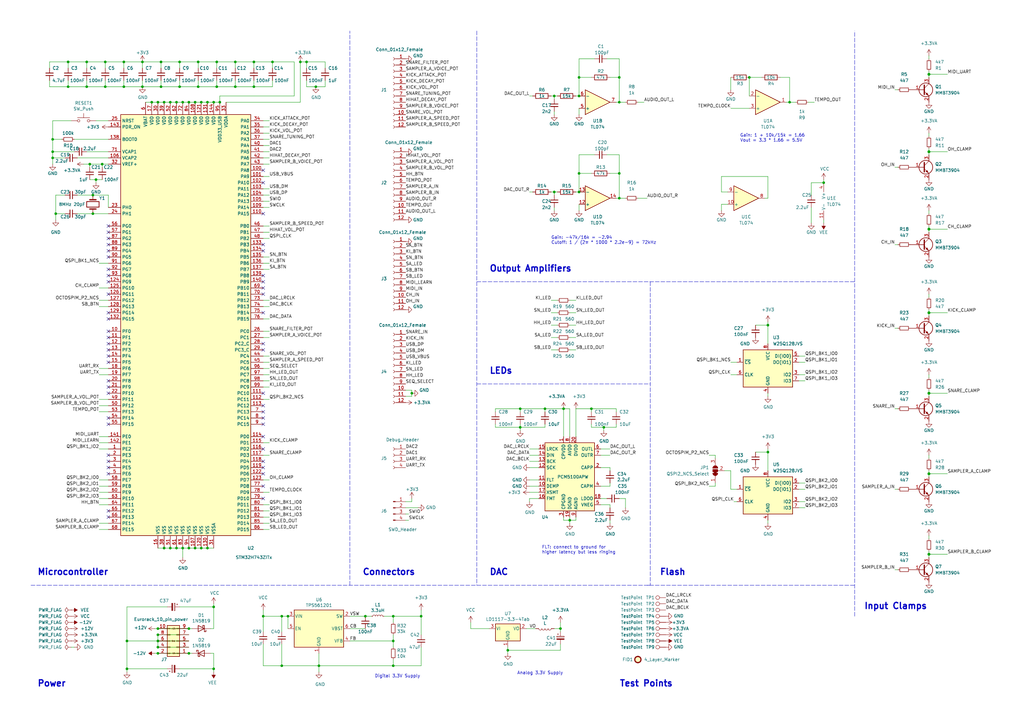
<source format=kicad_sch>
(kicad_sch (version 20211123) (generator eeschema)
  (paper "A3")
  (title_block (title "Punck v1") (rev "1") (company "Mountjoy Modular"))
  (junction (at 323.85 41.91))
  (junction (at 125.73 25.4))
  (junction (at 87.63 248.92))
  (junction (at 123.19 25.4))
  (junction (at 81.28 25.4))
  (junction (at 307.34 31.75))
  (junction (at 254 81.28))
  (junction (at 21.59 62.23))
  (junction (at 149.86 252.73))
  (junction (at 64.77 267.97))
  (junction (at 129.54 35.56))
  (junction (at 115.57 252.73))
  (junction (at 118.11 252.73))
  (junction (at 64.77 41.91))
  (junction (at 77.47 267.97))
  (junction (at 41.91 67.31))
  (junction (at 62.23 41.91))
  (junction (at 381 93.98) (diameter 1.016))
  (junction (at 52.07 262.89))
  (junction (at 66.04 35.56))
  (junction (at 64.77 260.35))
  (junction (at 104.14 25.4))
  (junction (at 69.85 224.79))
  (junction (at 27.94 25.4))
  (junction (at 27.94 35.56))
  (junction (at 237.49 71.12))
  (junction (at 96.52 25.4))
  (junction (at 64.77 262.89))
  (junction (at 38.1 80.01))
  (junction (at 208.28 266.7))
  (junction (at 161.29 262.89))
  (junction (at 242.57 167.64))
  (junction (at 130.81 273.05))
  (junction (at 74.93 224.79))
  (junction (at 82.55 41.91))
  (junction (at 85.09 224.79))
  (junction (at 80.01 41.91))
  (junction (at 50.8 35.56))
  (junction (at 87.63 274.32))
  (junction (at 237.49 78.74))
  (junction (at 104.14 35.56))
  (junction (at 74.93 41.91))
  (junction (at 81.28 35.56))
  (junction (at 254 71.12))
  (junction (at 69.85 41.91))
  (junction (at 213.36 175.26))
  (junction (at 82.55 224.79))
  (junction (at 337.82 74.93))
  (junction (at 77.47 41.91))
  (junction (at 227.33 78.74))
  (junction (at 50.8 25.4))
  (junction (at 85.09 41.91))
  (junction (at 67.31 224.79))
  (junction (at 39.37 73.66))
  (junction (at 88.9 35.56))
  (junction (at 90.17 41.91))
  (junction (at 237.49 39.37))
  (junction (at 64.77 265.43))
  (junction (at 381 30.48) (diameter 1.016))
  (junction (at 77.47 224.79))
  (junction (at 21.59 57.15))
  (junction (at 111.76 25.4))
  (junction (at 233.68 213.36))
  (junction (at 161.29 273.05))
  (junction (at 36.83 67.31))
  (junction (at 254 41.91))
  (junction (at 168.91 161.29))
  (junction (at 161.29 252.73))
  (junction (at 87.63 41.91))
  (junction (at 35.56 35.56))
  (junction (at 381 194.31) (diameter 1.016))
  (junction (at 314.96 185.42))
  (junction (at 237.49 31.75))
  (junction (at 43.18 25.4))
  (junction (at 254 31.75))
  (junction (at 107.95 252.73))
  (junction (at 58.42 35.56))
  (junction (at 58.42 25.4))
  (junction (at 72.39 224.79))
  (junction (at 66.04 25.4))
  (junction (at 43.18 35.56))
  (junction (at 35.56 25.4))
  (junction (at 67.31 41.91))
  (junction (at 223.52 167.64))
  (junction (at 21.59 64.77))
  (junction (at 22.86 87.63))
  (junction (at 231.14 167.64))
  (junction (at 72.39 41.91))
  (junction (at 381 227.33) (diameter 1.016))
  (junction (at 88.9 25.4))
  (junction (at 229.87 257.81))
  (junction (at 381 62.23) (diameter 1.016))
  (junction (at 77.47 257.81))
  (junction (at 73.66 25.4))
  (junction (at 38.1 87.63))
  (junction (at 213.36 167.64))
  (junction (at 172.72 252.73))
  (junction (at 247.65 175.26))
  (junction (at 73.66 35.56))
  (junction (at 381 161.29) (diameter 1.016))
  (junction (at 381 128.27) (diameter 1.016))
  (junction (at 64.77 257.81))
  (junction (at 115.57 273.05))
  (junction (at 52.07 274.32))
  (junction (at 96.52 35.56))
  (junction (at 227.33 39.37))
  (junction (at 314.96 133.35))
  (junction (at 80.01 224.79))
  (no_connect (at 107.95 184.15))
  (no_connect (at 44.45 146.05))
  (no_connect (at 44.45 128.27))
  (no_connect (at 44.45 120.65))
  (no_connect (at 44.45 110.49))
  (no_connect (at 107.95 113.03))
  (no_connect (at 44.45 130.81))
  (no_connect (at 44.45 171.45))
  (no_connect (at 107.95 166.37))
  (no_connect (at 107.95 161.29))
  (no_connect (at 44.45 173.99))
  (no_connect (at 44.45 186.69))
  (no_connect (at 107.95 204.47))
  (no_connect (at 107.95 199.39))
  (no_connect (at 107.95 74.93))
  (no_connect (at 107.95 87.63))
  (no_connect (at 44.45 191.77))
  (no_connect (at 107.95 118.11))
  (no_connect (at 44.45 113.03))
  (no_connect (at 44.45 156.21))
  (no_connect (at 107.95 191.77))
  (no_connect (at 44.45 194.31))
  (no_connect (at 107.95 179.07))
  (no_connect (at 44.45 138.43))
  (no_connect (at 44.45 100.33))
  (no_connect (at 44.45 209.55))
  (no_connect (at 107.95 128.27))
  (no_connect (at 107.95 140.97))
  (no_connect (at 107.95 69.85))
  (no_connect (at 107.95 173.99))
  (no_connect (at 44.45 115.57))
  (no_connect (at 44.45 148.59))
  (no_connect (at 107.95 194.31))
  (no_connect (at 107.95 102.87))
  (no_connect (at 107.95 189.23))
  (no_connect (at 44.45 105.41))
  (no_connect (at 44.45 97.79))
  (no_connect (at 44.45 102.87))
  (no_connect (at 107.95 120.65))
  (no_connect (at 44.45 189.23))
  (no_connect (at 107.95 143.51))
  (no_connect (at 44.45 158.75))
  (no_connect (at 44.45 95.25))
  (no_connect (at 107.95 115.57))
  (no_connect (at 107.95 100.33))
  (no_connect (at 44.45 140.97))
  (no_connect (at 44.45 135.89))
  (no_connect (at 44.45 161.29))
  (no_connect (at 107.95 168.91))
  (no_connect (at 107.95 171.45))
  (no_connect (at 44.45 212.09))
  (no_connect (at 44.45 92.71))
  (no_connect (at 44.45 143.51))
  (wire (pts (xy 246.38 199.39) (xy 250.19 199.39)))
  (wire (pts (xy 226.06 78.74) (xy 227.33 78.74)))
  (wire (pts (xy 64.77 257.81) (xy 77.47 257.81)))
  (wire (pts (xy 130.81 273.05) (xy 161.29 273.05)))
  (wire (pts (xy 40.64 196.85) (xy 44.45 196.85)))
  (wire (pts (xy 80.01 41.91) (xy 82.55 41.91)))
  (wire (pts (xy 226.06 143.51) (xy 228.6 143.51)))
  (wire (pts (xy 327.66 200.66) (xy 330.2 200.66)))
  (wire (pts (xy 233.68 167.64) (xy 233.68 179.07)))
  (wire (pts (xy 300.99 205.74) (xy 302.26 205.74)))
  (wire (pts (xy 381 92.71) (xy 381 93.98)))
  (wire (pts (xy 261.62 81.28) (xy 265.43 81.28)))
  (wire (pts (xy 226.06 39.37) (xy 227.33 39.37)))
  (wire (pts (xy 327.66 205.74) (xy 330.2 205.74)))
  (wire (pts (xy 34.29 67.31) (xy 36.83 67.31)))
  (wire (pts (xy 229.87 255.27) (xy 229.87 257.81)))
  (wire (pts (xy 213.36 175.26) (xy 223.52 175.26)))
  (wire (pts (xy 110.49 105.41) (xy 107.95 105.41)))
  (wire (pts (xy 27.94 27.94) (xy 27.94 25.4)))
  (wire (pts (xy 82.55 224.79) (xy 85.09 224.79)))
  (wire (pts (xy 62.23 41.91) (xy 64.77 41.91)))
  (wire (pts (xy 40.64 125.73) (xy 44.45 125.73)))
  (wire (pts (xy 77.47 224.79) (xy 80.01 224.79)))
  (wire (pts (xy 213.36 167.64) (xy 223.52 167.64)))
  (polyline (pts (xy 195.58 203.2) (xy 195.58 240.03)))
  (wire (pts (xy 217.17 196.85) (xy 220.98 196.85)))
  (wire (pts (xy 27.94 35.56) (xy 35.56 35.56)))
  (wire (pts (xy 233.68 167.64) (xy 231.14 167.64)))
  (wire (pts (xy 233.68 138.43) (xy 236.22 138.43)))
  (wire (pts (xy 203.2 167.64) (xy 213.36 167.64)))
  (wire (pts (xy 40.64 118.11) (xy 44.45 118.11)))
  (wire (pts (xy 107.95 130.81) (xy 110.49 130.81)))
  (wire (pts (xy 168.91 205.74) (xy 168.91 204.47)))
  (wire (pts (xy 143.51 252.73) (xy 149.86 252.73)))
  (wire (pts (xy 40.64 199.39) (xy 44.45 199.39)))
  (wire (pts (xy 236.22 167.64) (xy 242.57 167.64)))
  (wire (pts (xy 252.73 81.28) (xy 254 81.28)))
  (wire (pts (xy 44.45 168.91) (xy 40.64 168.91)))
  (wire (pts (xy 298.45 78.74) (xy 295.91 78.74)))
  (wire (pts (xy 50.8 27.94) (xy 50.8 25.4)))
  (wire (pts (xy 27.94 25.4) (xy 35.56 25.4)))
  (wire (pts (xy 217.17 186.69) (xy 220.98 186.69)))
  (wire (pts (xy 110.49 151.13) (xy 107.95 151.13)))
  (wire (pts (xy 86.36 267.97) (xy 87.63 267.97)))
  (wire (pts (xy 293.37 198.12) (xy 293.37 199.39)))
  (wire (pts (xy 110.49 212.09) (xy 107.95 212.09)))
  (wire (pts (xy 248.92 24.13) (xy 254 24.13)))
  (wire (pts (xy 309.88 133.35) (xy 314.96 133.35)))
  (wire (pts (xy 252.73 173.99) (xy 252.73 175.26)))
  (wire (pts (xy 327.66 148.59) (xy 330.2 148.59)))
  (wire (pts (xy 299.72 153.67) (xy 302.26 153.67)))
  (wire (pts (xy 40.64 153.67) (xy 44.45 153.67)))
  (polyline (pts (xy -64.77 125.73) (xy -8.89 125.73)))
  (wire (pts (xy 250.19 213.36) (xy 250.19 214.63)))
  (wire (pts (xy 25.4 57.15) (xy 21.59 57.15)))
  (wire (pts (xy 231.14 213.36) (xy 233.68 213.36)))
  (wire (pts (xy 41.91 67.31) (xy 44.45 67.31)))
  (wire (pts (xy 81.28 35.56) (xy 88.9 35.56)))
  (wire (pts (xy 125.73 27.94) (xy 125.73 25.4)))
  (wire (pts (xy 44.45 184.15) (xy 40.64 184.15)))
  (wire (pts (xy 111.76 27.94) (xy 111.76 25.4)))
  (wire (pts (xy 110.49 52.07) (xy 107.95 52.07)))
  (wire (pts (xy 381 22.86) (xy 381 24.13)))
  (wire (pts (xy 90.17 41.91) (xy 90.17 39.37)))
  (wire (pts (xy 107.95 125.73) (xy 110.49 125.73)))
  (wire (pts (xy 67.31 224.79) (xy 69.85 224.79)))
  (wire (pts (xy 157.48 252.73) (xy 161.29 252.73)))
  (wire (pts (xy 217.17 204.47) (xy 217.17 205.74)))
  (polyline (pts (xy 266.7 240.03) (xy 265.43 240.03)))
  (wire (pts (xy 246.38 191.77) (xy 250.19 191.77)))
  (wire (pts (xy 110.49 57.15) (xy 107.95 57.15)))
  (wire (pts (xy 229.87 264.16) (xy 229.87 266.7)))
  (wire (pts (xy 110.49 54.61) (xy 107.95 54.61)))
  (wire (pts (xy 21.59 57.15) (xy 21.59 62.23)))
  (wire (pts (xy 107.95 138.43) (xy 110.49 138.43)))
  (wire (pts (xy 44.45 217.17) (xy 40.64 217.17)))
  (wire (pts (xy 208.28 266.7) (xy 229.87 266.7)))
  (wire (pts (xy 66.04 35.56) (xy 73.66 35.56)))
  (wire (pts (xy 22.86 87.63) (xy 22.86 90.17)))
  (wire (pts (xy 381 86.36) (xy 381 87.63)))
  (wire (pts (xy 217.17 201.93) (xy 220.98 201.93)))
  (wire (pts (xy 21.59 62.23) (xy 30.48 62.23)))
  (wire (pts (xy 252.73 168.91) (xy 252.73 167.64)))
  (wire (pts (xy 290.83 199.39) (xy 293.37 199.39)))
  (wire (pts (xy 309.88 185.42) (xy 314.96 185.42)))
  (wire (pts (xy 111.76 33.02) (xy 111.76 35.56)))
  (wire (pts (xy 226.06 128.27) (xy 228.6 128.27)))
  (wire (pts (xy 30.48 57.15) (xy 44.45 57.15)))
  (wire (pts (xy 40.64 207.01) (xy 44.45 207.01)))
  (wire (pts (xy 44.45 64.77) (xy 31.75 64.77)))
  (wire (pts (xy 107.95 181.61) (xy 110.49 181.61)))
  (wire (pts (xy 133.35 35.56) (xy 133.35 33.02)))
  (polyline (pts (xy 12.7 240.03) (xy 350.52 240.03)))
  (wire (pts (xy 110.49 95.25) (xy 107.95 95.25)))
  (wire (pts (xy 243.84 63.5) (xy 237.49 63.5)))
  (wire (pts (xy 327.66 153.67) (xy 330.2 153.67)))
  (wire (pts (xy 50.8 35.56) (xy 58.42 35.56)))
  (wire (pts (xy 73.66 25.4) (xy 81.28 25.4)))
  (wire (pts (xy 314.96 72.39) (xy 314.96 81.28)))
  (wire (pts (xy 110.49 107.95) (xy 107.95 107.95)))
  (wire (pts (xy 242.57 168.91) (xy 242.57 167.64)))
  (wire (pts (xy 193.04 257.81) (xy 200.66 257.81)))
  (wire (pts (xy 88.9 25.4) (xy 96.52 25.4)))
  (wire (pts (xy 381 227.33) (xy 388.62 227.33)))
  (wire (pts (xy 110.49 72.39) (xy 107.95 72.39)))
  (wire (pts (xy 63.5 257.81) (xy 64.77 257.81)))
  (wire (pts (xy 314.96 81.28) (xy 313.69 81.28)))
  (wire (pts (xy 236.22 78.74) (xy 237.49 78.74)))
  (wire (pts (xy 110.49 80.01) (xy 107.95 80.01)))
  (wire (pts (xy 50.8 33.02) (xy 50.8 35.56)))
  (wire (pts (xy 30.48 265.43) (xy 29.21 265.43)))
  (wire (pts (xy 208.28 265.43) (xy 208.28 266.7)))
  (wire (pts (xy 237.49 71.12) (xy 237.49 78.74)))
  (wire (pts (xy 322.58 41.91) (xy 323.85 41.91)))
  (wire (pts (xy 161.29 252.73) (xy 172.72 252.73)))
  (wire (pts (xy 40.64 204.47) (xy 44.45 204.47)))
  (wire (pts (xy 107.95 252.73) (xy 115.57 252.73)))
  (wire (pts (xy 236.22 167.64) (xy 236.22 179.07)))
  (wire (pts (xy 26.67 80.01) (xy 22.86 80.01)))
  (polyline (pts (xy 143.51 240.03) (xy 143.51 12.7)))
  (wire (pts (xy 246.38 184.15) (xy 250.19 184.15)))
  (wire (pts (xy 107.95 264.16) (xy 107.95 273.05)))
  (wire (pts (xy 237.49 31.75) (xy 237.49 39.37)))
  (wire (pts (xy 58.42 33.02) (xy 58.42 35.56)))
  (wire (pts (xy 22.86 87.63) (xy 26.67 87.63)))
  (wire (pts (xy 69.85 41.91) (xy 72.39 41.91)))
  (wire (pts (xy 107.95 156.21) (xy 110.49 156.21)))
  (wire (pts (xy 118.11 252.73) (xy 115.57 252.73)))
  (wire (pts (xy 41.91 67.31) (xy 41.91 68.58)))
  (wire (pts (xy 332.74 85.09) (xy 332.74 91.44)))
  (wire (pts (xy 43.18 35.56) (xy 50.8 35.56)))
  (wire (pts (xy 86.36 257.81) (xy 87.63 257.81)))
  (wire (pts (xy 88.9 35.56) (xy 96.52 35.56)))
  (wire (pts (xy 96.52 33.02) (xy 96.52 35.56)))
  (wire (pts (xy 43.18 27.94) (xy 43.18 25.4)))
  (wire (pts (xy 293.37 186.69) (xy 293.37 187.96)))
  (wire (pts (xy 58.42 25.4) (xy 66.04 25.4)))
  (wire (pts (xy 20.32 33.02) (xy 20.32 35.56)))
  (wire (pts (xy 64.77 262.89) (xy 64.77 265.43)))
  (wire (pts (xy 104.14 35.56) (xy 111.76 35.56)))
  (wire (pts (xy 242.57 31.75) (xy 237.49 31.75)))
  (wire (pts (xy 367.03 36.83) (xy 368.3 36.83)))
  (wire (pts (xy 314.96 132.08) (xy 314.96 133.35)))
  (wire (pts (xy 226.06 138.43) (xy 228.6 138.43)))
  (wire (pts (xy 81.28 33.02) (xy 81.28 35.56)))
  (polyline (pts (xy 195.58 12.7) (xy 195.58 203.2)))
  (wire (pts (xy 87.63 274.32) (xy 87.63 275.59)))
  (wire (pts (xy 143.51 262.89) (xy 161.29 262.89)))
  (wire (pts (xy 52.07 274.32) (xy 68.58 274.32)))
  (wire (pts (xy 73.66 33.02) (xy 73.66 35.56)))
  (wire (pts (xy 314.96 184.15) (xy 314.96 185.42)))
  (wire (pts (xy 250.19 191.77) (xy 250.19 193.04)))
  (wire (pts (xy 381 161.29) (xy 381 162.56)))
  (wire (pts (xy 295.91 83.82) (xy 298.45 83.82)))
  (wire (pts (xy 104.14 27.94) (xy 104.14 25.4)))
  (wire (pts (xy 130.81 275.59) (xy 130.81 273.05)))
  (wire (pts (xy 36.83 73.66) (xy 39.37 73.66)))
  (wire (pts (xy 367.03 100.33) (xy 368.3 100.33)))
  (wire (pts (xy 31.75 80.01) (xy 38.1 80.01)))
  (wire (pts (xy 87.63 267.97) (xy 87.63 274.32)))
  (wire (pts (xy 44.45 166.37) (xy 40.64 166.37)))
  (wire (pts (xy 59.69 41.91) (xy 62.23 41.91)))
  (wire (pts (xy 217.17 199.39) (xy 220.98 199.39)))
  (wire (pts (xy 107.95 163.83) (xy 110.49 163.83)))
  (wire (pts (xy 107.95 250.19) (xy 107.95 252.73)))
  (wire (pts (xy 381 127) (xy 381 128.27)))
  (wire (pts (xy 107.95 82.55) (xy 110.49 82.55)))
  (wire (pts (xy 203.2 173.99) (xy 203.2 175.26)))
  (wire (pts (xy 172.72 252.73) (xy 172.72 250.19)))
  (wire (pts (xy 107.95 123.19) (xy 110.49 123.19)))
  (wire (pts (xy 29.21 49.53) (xy 21.59 49.53)))
  (wire (pts (xy 295.91 78.74) (xy 295.91 72.39)))
  (wire (pts (xy 107.95 196.85) (xy 110.49 196.85)))
  (wire (pts (xy 367.03 200.66) (xy 368.3 200.66)))
  (wire (pts (xy 381 60.96) (xy 381 62.23)))
  (wire (pts (xy 327.66 208.28) (xy 330.2 208.28)))
  (wire (pts (xy 87.63 247.65) (xy 87.63 248.92)))
  (wire (pts (xy 44.45 214.63) (xy 40.64 214.63)))
  (wire (pts (xy 254 31.75) (xy 254 41.91)))
  (wire (pts (xy 220.98 204.47) (xy 217.17 204.47)))
  (wire (pts (xy 381 186.69) (xy 381 187.96)))
  (wire (pts (xy 381 120.65) (xy 381 121.92)))
  (wire (pts (xy 73.66 27.94) (xy 73.66 25.4)))
  (wire (pts (xy 167.64 213.36) (xy 166.37 213.36)))
  (wire (pts (xy 125.73 25.4) (xy 123.19 25.4)))
  (wire (pts (xy 73.66 248.92) (xy 87.63 248.92)))
  (wire (pts (xy 69.85 224.79) (xy 72.39 224.79)))
  (wire (pts (xy 223.52 173.99) (xy 223.52 175.26)))
  (wire (pts (xy 290.83 186.69) (xy 293.37 186.69)))
  (wire (pts (xy 107.95 201.93) (xy 110.49 201.93)))
  (wire (pts (xy 168.91 160.02) (xy 166.37 160.02)))
  (wire (pts (xy 81.28 25.4) (xy 81.28 27.94)))
  (wire (pts (xy 168.91 162.56) (xy 168.91 161.29)))
  (wire (pts (xy 246.38 204.47) (xy 248.92 204.47)))
  (wire (pts (xy 107.95 252.73) (xy 107.95 259.08)))
  (wire (pts (xy 107.95 273.05) (xy 115.57 273.05)))
  (wire (pts (xy 110.49 97.79) (xy 107.95 97.79)))
  (wire (pts (xy 52.07 248.92) (xy 52.07 262.89)))
  (wire (pts (xy 227.33 40.64) (xy 227.33 39.37)))
  (wire (pts (xy 252.73 41.91) (xy 254 41.91)))
  (wire (pts (xy 314.96 185.42) (xy 314.96 193.04)))
  (wire (pts (xy 213.36 168.91) (xy 213.36 167.64)))
  (wire (pts (xy 297.18 193.04) (xy 299.72 193.04)))
  (wire (pts (xy 31.75 87.63) (xy 38.1 87.63)))
  (wire (pts (xy 115.57 264.16) (xy 115.57 273.05)))
  (wire (pts (xy 314.96 161.29) (xy 314.96 162.56)))
  (wire (pts (xy 381 54.61) (xy 381 55.88)))
  (wire (pts (xy 43.18 25.4) (xy 50.8 25.4)))
  (wire (pts (xy 307.34 31.75) (xy 312.42 31.75)))
  (wire (pts (xy 90.17 39.37) (xy 120.65 39.37)))
  (wire (pts (xy 52.07 275.59) (xy 52.07 274.32)))
  (wire (pts (xy 35.56 35.56) (xy 35.56 33.02)))
  (wire (pts (xy 299.72 31.75) (xy 299.72 36.83)))
  (wire (pts (xy 77.47 260.35) (xy 64.77 260.35)))
  (wire (pts (xy 66.04 35.56) (xy 66.04 33.02)))
  (wire (pts (xy 21.59 67.31) (xy 21.59 64.77)))
  (polyline (pts (xy 195.58 115.57) (xy 350.52 115.57)))
  (wire (pts (xy 223.52 167.64) (xy 231.14 167.64)))
  (wire (pts (xy 242.57 167.64) (xy 252.73 167.64)))
  (wire (pts (xy 227.33 39.37) (xy 228.6 39.37)))
  (wire (pts (xy 73.66 274.32) (xy 87.63 274.32)))
  (wire (pts (xy 125.73 35.56) (xy 129.54 35.56)))
  (wire (pts (xy 236.22 212.09) (xy 236.22 213.36)))
  (wire (pts (xy 36.83 68.58) (xy 36.83 67.31)))
  (wire (pts (xy 72.39 224.79) (xy 74.93 224.79)))
  (wire (pts (xy 299.72 148.59) (xy 302.26 148.59)))
  (wire (pts (xy 233.68 213.36) (xy 233.68 214.63)))
  (wire (pts (xy 107.95 158.75) (xy 110.49 158.75)))
  (wire (pts (xy 80.01 224.79) (xy 82.55 224.79)))
  (wire (pts (xy 314.96 133.35) (xy 314.96 140.97)))
  (wire (pts (xy 166.37 162.56) (xy 168.91 162.56)))
  (wire (pts (xy 246.38 207.01) (xy 250.19 207.01)))
  (wire (pts (xy 120.65 39.37) (xy 120.65 25.4)))
  (wire (pts (xy 115.57 273.05) (xy 130.81 273.05)))
  (wire (pts (xy 161.29 252.73) (xy 161.29 255.27)))
  (wire (pts (xy 149.86 252.73) (xy 152.4 252.73)))
  (wire (pts (xy 107.95 110.49) (xy 110.49 110.49)))
  (wire (pts (xy 44.45 179.07) (xy 40.64 179.07)))
  (wire (pts (xy 166.37 210.82) (xy 167.64 210.82)))
  (wire (pts (xy 110.49 92.71) (xy 107.95 92.71)))
  (wire (pts (xy 43.18 33.02) (xy 43.18 35.56)))
  (wire (pts (xy 381 226.06) (xy 381 227.33)))
  (wire (pts (xy 44.45 85.09) (xy 44.45 80.01)))
  (wire (pts (xy 120.65 25.4) (xy 111.76 25.4)))
  (wire (pts (xy 193.04 255.27) (xy 193.04 257.81)))
  (wire (pts (xy 21.59 64.77) (xy 21.59 62.23)))
  (wire (pts (xy 82.55 41.91) (xy 85.09 41.91)))
  (wire (pts (xy 36.83 67.31) (xy 41.91 67.31)))
  (wire (pts (xy 381 128.27) (xy 388.62 128.27)))
  (wire (pts (xy 44.45 80.01) (xy 38.1 80.01)))
  (wire (pts (xy 110.49 146.05) (xy 107.95 146.05)))
  (polyline (pts (xy 266.7 115.57) (xy 266.7 240.03)))
  (wire (pts (xy 20.32 35.56) (xy 27.94 35.56)))
  (wire (pts (xy 323.85 31.75) (xy 323.85 41.91)))
  (wire (pts (xy 104.14 33.02) (xy 104.14 35.56)))
  (wire (pts (xy 327.66 198.12) (xy 330.2 198.12)))
  (wire (pts (xy 72.39 41.91) (xy 74.93 41.91)))
  (wire (pts (xy 96.52 27.94) (xy 96.52 25.4)))
  (wire (pts (xy 242.57 71.12) (xy 237.49 71.12)))
  (wire (pts (xy 27.94 35.56) (xy 27.94 33.02)))
  (wire (pts (xy 254 41.91) (xy 256.54 41.91)))
  (wire (pts (xy 203.2 167.64) (xy 203.2 168.91)))
  (wire (pts (xy 123.19 25.4) (xy 123.19 41.91)))
  (wire (pts (xy 67.31 41.91) (xy 69.85 41.91)))
  (wire (pts (xy 217.17 78.74) (xy 218.44 78.74)))
  (wire (pts (xy 85.09 224.79) (xy 87.63 224.79)))
  (wire (pts (xy 40.64 123.19) (xy 44.45 123.19)))
  (wire (pts (xy 39.37 49.53) (xy 44.45 49.53)))
  (wire (pts (xy 231.14 167.64) (xy 231.14 179.07)))
  (wire (pts (xy 320.04 31.75) (xy 323.85 31.75)))
  (wire (pts (xy 88.9 35.56) (xy 88.9 33.02)))
  (wire (pts (xy 64.77 41.91) (xy 67.31 41.91)))
  (wire (pts (xy 64.77 260.35) (xy 64.77 262.89)))
  (wire (pts (xy 226.06 123.19) (xy 228.6 123.19)))
  (wire (pts (xy 227.33 78.74) (xy 228.6 78.74)))
  (wire (pts (xy 66.04 27.94) (xy 66.04 25.4)))
  (wire (pts (xy 215.9 257.81) (xy 219.71 257.81)))
  (wire (pts (xy 233.68 133.35) (xy 236.22 133.35)))
  (wire (pts (xy 52.07 248.92) (xy 68.58 248.92)))
  (wire (pts (xy 367.03 134.62) (xy 368.3 134.62)))
  (wire (pts (xy 250.19 198.12) (xy 250.19 199.39)))
  (wire (pts (xy 81.28 25.4) (xy 88.9 25.4)))
  (wire (pts (xy 110.49 62.23) (xy 107.95 62.23)))
  (wire (pts (xy 367.03 233.68) (xy 368.3 233.68)))
  (wire (pts (xy 295.91 83.82) (xy 295.91 86.36)))
  (wire (pts (xy 299.72 44.45) (xy 307.34 44.45)))
  (wire (pts (xy 39.37 73.66) (xy 41.91 73.66)))
  (wire (pts (xy 129.54 35.56) (xy 133.35 35.56)))
  (wire (pts (xy 35.56 25.4) (xy 43.18 25.4)))
  (wire (pts (xy 107.95 153.67) (xy 110.49 153.67)))
  (wire (pts (xy 332.74 74.93) (xy 337.82 74.93)))
  (wire (pts (xy 381 219.71) (xy 381 220.98)))
  (polyline (pts (xy -64.77 0) (xy -8.89 0)))
  (wire (pts (xy 44.45 181.61) (xy 40.64 181.61)))
  (wire (pts (xy 168.91 161.29) (xy 168.91 160.02)))
  (wire (pts (xy 242.57 175.26) (xy 247.65 175.26)))
  (wire (pts (xy 74.93 224.79) (xy 74.93 228.6)))
  (wire (pts (xy 87.63 257.81) (xy 87.63 248.92)))
  (polyline (pts (xy -64.77 0) (xy -64.77 125.73)))
  (wire (pts (xy 92.71 41.91) (xy 123.19 41.91)))
  (wire (pts (xy 22.86 80.01) (xy 22.86 87.63)))
  (wire (pts (xy 327.66 146.05) (xy 330.2 146.05)))
  (wire (pts (xy 217.17 184.15) (xy 220.98 184.15)))
  (wire (pts (xy 161.29 260.35) (xy 161.29 262.89)))
  (wire (pts (xy 381 93.98) (xy 388.62 93.98)))
  (wire (pts (xy 110.49 186.69) (xy 107.95 186.69)))
  (wire (pts (xy 381 93.98) (xy 381 95.25)))
  (wire (pts (xy 63.5 267.97) (xy 64.77 267.97)))
  (wire (pts (xy 161.29 270.51) (xy 161.29 273.05)))
  (wire (pts (xy 110.49 64.77) (xy 107.95 64.77)))
  (wire (pts (xy 110.49 209.55) (xy 107.95 209.55)))
  (wire (pts (xy 125.73 33.02) (xy 125.73 35.56)))
  (wire (pts (xy 96.52 25.4) (xy 104.14 25.4)))
  (wire (pts (xy 381 128.27) (xy 381 129.54)))
  (wire (pts (xy 40.64 201.93) (xy 44.45 201.93)))
  (wire (pts (xy 295.91 72.39) (xy 314.96 72.39)))
  (wire (pts (xy 166.37 205.74) (xy 168.91 205.74)))
  (wire (pts (xy 243.84 24.13) (xy 237.49 24.13)))
  (wire (pts (xy 250.19 207.01) (xy 250.19 208.28)))
  (wire (pts (xy 254 71.12) (xy 250.19 71.12)))
  (wire (pts (xy 73.66 35.56) (xy 81.28 35.56)))
  (wire (pts (xy 229.87 257.81) (xy 227.33 257.81)))
  (wire (pts (xy 20.32 27.94) (xy 20.32 25.4)))
  (wire (pts (xy 227.33 80.01) (xy 227.33 78.74)))
  (polyline (pts (xy -8.89 125.73) (xy -8.89 0)))
  (wire (pts (xy 96.52 35.56) (xy 104.14 35.56)))
  (wire (pts (xy 254 81.28) (xy 256.54 81.28)))
  (wire (pts (xy 40.64 151.13) (xy 44.45 151.13)))
  (wire (pts (xy 381 194.31) (xy 388.62 194.31)))
  (wire (pts (xy 248.92 63.5) (xy 254 63.5)))
  (wire (pts (xy 381 30.48) (xy 388.62 30.48)))
  (wire (pts (xy 66.04 25.4) (xy 73.66 25.4)))
  (wire (pts (xy 367.03 167.64) (xy 368.3 167.64)))
  (wire (pts (xy 107.95 67.31) (xy 110.49 67.31)))
  (wire (pts (xy 26.67 64.77) (xy 21.59 64.77)))
  (wire (pts (xy 110.49 77.47) (xy 107.95 77.47)))
  (wire (pts (xy 254 71.12) (xy 254 81.28)))
  (wire (pts (xy 381 194.31) (xy 381 195.58)))
  (wire (pts (xy 331.47 41.91) (xy 334.01 41.91)))
  (polyline (pts (xy 195.58 157.48) (xy 266.7 157.48)))
  (wire (pts (xy 74.93 224.79) (xy 77.47 224.79)))
  (wire (pts (xy 217.17 191.77) (xy 220.98 191.77)))
  (wire (pts (xy 337.82 73.66) (xy 337.82 74.93)))
  (wire (pts (xy 172.72 252.73) (xy 172.72 260.35)))
  (wire (pts (xy 217.17 189.23) (xy 220.98 189.23)))
  (wire (pts (xy 247.65 175.26) (xy 252.73 175.26)))
  (wire (pts (xy 261.62 41.91) (xy 264.16 41.91)))
  (wire (pts (xy 254 31.75) (xy 250.19 31.75)))
  (wire (pts (xy 229.87 259.08) (xy 229.87 257.81)))
  (wire (pts (xy 231.14 212.09) (xy 231.14 213.36)))
  (wire (pts (xy 236.22 39.37) (xy 237.49 39.37)))
  (wire (pts (xy 381 29.21) (xy 381 30.48)))
  (wire (pts (xy 77.47 41.91) (xy 80.01 41.91)))
  (wire (pts (xy 58.42 27.94) (xy 58.42 25.4)))
  (wire (pts (xy 236.22 213.36) (xy 233.68 213.36)))
  (wire (pts (xy 77.47 257.81) (xy 78.74 257.81)))
  (wire (pts (xy 213.36 175.26) (xy 213.36 176.53)))
  (wire (pts (xy 332.74 80.01) (xy 332.74 74.93)))
  (wire (pts (xy 39.37 74.93) (xy 39.37 73.66)))
  (wire (pts (xy 110.49 217.17) (xy 107.95 217.17)))
  (wire (pts (xy 85.09 41.91) (xy 87.63 41.91)))
  (wire (pts (xy 381 193.04) (xy 381 194.31)))
  (wire (pts (xy 381 160.02) (xy 381 161.29)))
  (wire (pts (xy 166.37 208.28) (xy 171.45 208.28)))
  (wire (pts (xy 226.06 133.35) (xy 228.6 133.35)))
  (wire (pts (xy 223.52 168.91) (xy 223.52 167.64)))
  (wire (pts (xy 213.36 173.99) (xy 213.36 175.26)))
  (wire (pts (xy 233.68 123.19) (xy 236.22 123.19)))
  (wire (pts (xy 299.72 200.66) (xy 302.26 200.66)))
  (wire (pts (xy 233.68 212.09) (xy 233.68 213.36)))
  (wire (pts (xy 44.45 163.83) (xy 40.64 163.83)))
  (wire (pts (xy 246.38 186.69) (xy 250.19 186.69)))
  (wire (pts (xy 77.47 262.89) (xy 64.77 262.89)))
  (wire (pts (xy 58.42 35.56) (xy 66.04 35.56)))
  (wire (pts (xy 125.73 25.4) (xy 133.35 25.4)))
  (wire (pts (xy 35.56 27.94) (xy 35.56 25.4)))
  (wire (pts (xy 20.32 25.4) (xy 27.94 25.4)))
  (wire (pts (xy 237.49 83.82) (xy 237.49 86.36)))
  (wire (pts (xy 237.49 44.45) (xy 237.49 46.99)))
  (wire (pts (xy 247.65 176.53) (xy 247.65 175.26)))
  (wire (pts (xy 172.72 265.43) (xy 172.72 273.05)))
  (wire (pts (xy 227.33 45.72) (xy 227.33 46.99)))
  (wire (pts (xy 381 227.33) (xy 381 228.6)))
  (wire (pts (xy 254 24.13) (xy 254 31.75)))
  (wire (pts (xy 299.72 193.04) (xy 299.72 200.66)))
  (wire (pts (xy 115.57 259.08) (xy 115.57 252.73)))
  (wire (pts (xy 87.63 41.91) (xy 90.17 41.91)))
  (wire (pts (xy 143.51 257.81) (xy 149.86 257.81)))
  (wire (pts (xy 254 63.5) (xy 254 71.12)))
  (wire (pts (xy 254 204.47) (xy 256.54 204.47)))
  (wire (pts (xy 110.49 148.59) (xy 107.95 148.59)))
  (wire (pts (xy 256.54 204.47) (xy 256.54 208.28)))
  (wire (pts (xy 133.35 27.94) (xy 133.35 25.4)))
  (wire (pts (xy 52.07 262.89) (xy 52.07 274.32)))
  (wire (pts (xy 233.68 143.51) (xy 236.22 143.51)))
  (wire (pts (xy 130.81 267.97) (xy 130.81 273.05)))
  (wire (pts (xy 35.56 35.56) (xy 43.18 35.56)))
  (wire (pts (xy 172.72 273.05) (xy 161.29 273.05)))
  (wire (pts (xy 110.49 207.01) (xy 107.95 207.01)))
  (wire (pts (xy 381 161.29) (xy 388.62 161.29)))
  (wire (pts (xy 203.2 175.26) (xy 213.36 175.26)))
  (wire (pts (xy 217.17 39.37) (xy 218.44 39.37)))
  (wire (pts (xy 307.34 31.75) (xy 307.34 39.37)))
  (wire (pts (xy 107.95 85.09) (xy 110.49 85.09)))
  (wire (pts (xy 237.49 24.13) (xy 237.49 31.75)))
  (wire (pts (xy 110.49 214.63) (xy 107.95 214.63)))
  (wire (pts (xy 227.33 85.09) (xy 227.33 86.36)))
  (wire (pts (xy 77.47 267.97) (xy 78.74 267.97)))
  (wire (pts (xy 111.76 25.4) (xy 104.14 25.4)))
  (wire (pts (xy 110.49 135.89) (xy 107.95 135.89)))
  (wire (pts (xy 64.77 224.79) (xy 67.31 224.79)))
  (wire (pts (xy 337.82 90.17) (xy 337.82 91.44)))
  (wire (pts (xy 50.8 25.4) (xy 58.42 25.4)))
  (wire (pts (xy 327.66 156.21) (xy 330.2 156.21)))
  (wire (pts (xy 381 62.23) (xy 388.62 62.23)))
  (wire (pts (xy 242.57 173.99) (xy 242.57 175.26)))
  (wire (pts (xy 381 62.23) (xy 381 63.5)))
  (wire (pts (xy 64.77 267.97) (xy 77.47 267.97)))
  (wire (pts (xy 161.29 262.89) (xy 161.29 265.43)))
  (wire (pts (xy 233.68 128.27) (xy 236.22 128.27)))
  (wire (pts (xy 110.49 59.69) (xy 107.95 59.69)))
  (wire (pts (xy 381 153.67) (xy 381 154.94)))
  (wire (pts (xy 381 30.48) (xy 381 31.75)))
  (wire (pts (xy 52.07 262.89) (xy 64.77 262.89)))
  (wire (pts (xy 118.11 257.81) (xy 118.11 252.73)))
  (wire (pts (xy 74.93 41.91) (xy 77.47 41.91)))
  (wire (pts (xy 237.49 63.5) (xy 237.49 71.12)))
  (polyline (pts (xy 350.52 252.73) (xy 350.52 12.7)))
  (wire (pts (xy 44.45 62.23) (xy 35.56 62.23)))
  (wire (pts (xy 21.59 49.53) (xy 21.59 57.15)))
  (wire (pts (xy 314.96 213.36) (xy 314.96 214.63)))
  (wire (pts (xy 77.47 265.43) (xy 64.77 265.43)))
  (wire (pts (xy 323.85 41.91) (xy 326.39 41.91)))
  (wire (pts (xy 110.49 49.53) (xy 107.95 49.53)))
  (wire (pts (xy 40.64 107.95) (xy 44.45 107.95)))
  (wire (pts (xy 367.03 68.58) (xy 368.3 68.58)))
  (wire (pts (xy 208.28 266.7) (xy 208.28 267.97)))
  (wire (pts (xy 38.1 87.63) (xy 44.45 87.63)))
  (wire (pts (xy 88.9 27.94) (xy 88.9 25.4)))
  (text "Digital 3.3V Supply" (at 153.67 278.13 0) (effects (font (size 1.27 1.27)) (justify left bottom)))
  (text "Gain: 1 + 10k/15k = 1.66\nVout = 3.3 * 1.66 = 5.5V" (at 303.53 58.42 0) (effects (font (size 1.27 1.27)) (justify left bottom)))
  (text "ADC Pins\n--------\nPA0 ADC1_INP16       \nPA1 ADC1_INP17       \nPA2 ADC12_INP14      \nPA3 ADC12_INP15      \n[PA4 ADC12_INP18 DAC]\n[PA5 ADC12_INP19 DAC]\nPA6 ADC12_INP3       \nPA7 ADC12_INP7       \n                     \nPB0 ADC12_INP9       \nPB1 ADC12_INP5       \n                     \nPC0 ADC123_INP10     \nPC1 ADC123_INP11     \nPC2 ADC123_INP12     \n[PC3_C ADC3_INP1]    \nPC4 ADC12_INP4       \nPC5 ADC12_INP8       \n                     \nPF11 ADC1_INP2       \nPF12 ADC1_INP6       \nPF13 ADC2_INP2       \nPF14 ADC2_INP6       " (at -55.88 85.09 0) (effects (font (size 2 2)) (justify left bottom)))
  (text "Gain: -47k/16k = -2.94\nCutoff: 1 / (2π * 1000 * 2.2e-9) = 72kHz" (at 226.06 100.33 0) (effects (font (size 1.27 1.27)) (justify left bottom)))
  (text "Microcontroller" (at 15.24 236.22 0) (effects (font (size 2.54 2.54) (thickness 0.508) bold) (justify left bottom)))
  (text "Connectors" (at 148.59 236.22 0) (effects (font (size 2.54 2.54) (thickness 0.508) bold) (justify left bottom)))
  (text "Analog 3.3V Supply" (at 212.09 276.86 0) (effects (font (size 1.27 1.27)) (justify left bottom)))
  (text "LED Pins\n--------\nPC6-9: TIM3/TIM8\nPD12-15: TIM4\nPB4-5: TIM3\nPB6-7: TIM4" (at -55.88 115.57 0) (effects (font (size 2 2)) (justify left bottom)))
  (text "LEDs" (at 200.66 153.67 0) (effects (font (size 2.54 2.54) (thickness 0.508) bold) (justify left bottom)))
  (text "Power" (at 15.24 281.94 0) (effects (font (size 2.54 2.54) (thickness 0.508) bold) (justify left bottom)))
  (text "Flash" (at 270.51 236.22 0) (effects (font (size 2.54 2.54) (thickness 0.508) bold) (justify left bottom)))
  (text "DAC" (at 200.66 236.22 0) (effects (font (size 2.54 2.54) (thickness 0.508) bold) (justify left bottom)))
  (text "Output Amplifiers" (at 200.66 111.76 0) (effects (font (size 2.54 2.54) (thickness 0.508) bold) (justify left bottom)))
  (text "FLT: connect to ground for \nhigher latency but less ringing" (at 222.25 227.33 0) (effects (font (size 1.27 1.27)) (justify left bottom)))
  (text "Test Points" (at 254 281.94 0) (effects (font (size 2.54 2.54) (thickness 0.508) bold) (justify left bottom)))
  (text "Input Clamps" (at 354.33 250.19 0) (effects (font (size 2.54 2.54) (thickness 0.508) bold) (justify left bottom)))
  (label "QSPI_CLK" (at 300.99 205.74 180))
  (label "SNARE_CLAMP" (at 388.62 161.29 0))
  (label "DAC_OUT_R" (at 250.19 186.69 0))
  (label "KICK_CLAMP" (at 110.49 181.61 0))
  (label "QSPI_CLK" (at 299.72 153.67 180))
  (label "SNARE_FILTER_POT" (at 166.37 26.67 0))
  (label "SN_LED_OUT" (at 110.49 156.21 0))
  (label "QSPI_BK2_NCS" (at 290.83 199.39 180))
  (label "SN_BTN" (at 166.37 106.68 0))
  (label "USB_DM" (at 110.49 77.47 0))
  (label "KICK_ATTACK_POT" (at 110.49 49.53 0))
  (label "SN_LED" (at 226.06 128.27 180))
  (label "HIHAT_DECAY_POT" (at 110.49 64.77 0))
  (label "DAC_DATA" (at 273.05 247.65 0))
  (label "MIDI_IN" (at 367.03 36.83 180))
  (label "SAMPLER_A_CLAMP" (at 40.64 214.63 180))
  (label "TEMPO_OUT" (at 334.01 41.91 0))
  (label "HH_LED" (at 166.37 154.94 0))
  (label "HH_LED_OUT" (at 236.22 133.35 0))
  (label "SAMPLER_B_CLAMP" (at 388.62 227.33 0))
  (label "HIHAT_DECAY_POT" (at 166.37 41.91 0))
  (label "HIHAT_VOL_POT" (at 166.37 64.77 0))
  (label "QSPI_BK2_IO3" (at 330.2 208.28 0))
  (label "DAC1" (at 166.37 186.69 0))
  (label "SAMPLER_B_SPEED_POT" (at 166.37 52.07 0))
  (label "AUDIO_OUT_R" (at 166.37 82.55 0))
  (label "DAC_DATA" (at 110.49 130.81 0))
  (label "DAC_OUT_R" (at 217.17 78.74 180))
  (label "SAMPLER_A_SPEED_POT" (at 110.49 148.59 0))
  (label "DAC_LRCLK" (at 273.05 245.11 0))
  (label "MIDI_IN" (at 166.37 119.38 0))
  (label "SAMPLER_B_SPEED_POT" (at 110.49 92.71 0))
  (label "SNARE_IN" (at 367.03 167.64 180))
  (label "QSPI_BK1_IO3" (at 110.49 212.09 0))
  (label "MIDI_UART" (at 388.62 30.48 0))
  (label "SN_LED_OUT" (at 236.22 128.27 0))
  (label "SB_BTN" (at 166.37 111.76 0))
  (label "KICK_DECAY_POT" (at 166.37 34.29 0))
  (label "AUDIO_OUT_L" (at 166.37 87.63 0))
  (label "SA_LED_OUT" (at 236.22 138.43 0))
  (label "DAC_BCLK" (at 273.05 250.19 0))
  (label "QSPI_BK2_IO3" (at 40.64 204.47 180))
  (label "QSPI_BK2_IO0" (at 330.2 198.12 0))
  (label "SAMPLER_A_VOICE_POT" (at 110.49 138.43 0))
  (label "DAC_BCLK" (at 110.49 125.73 0))
  (label "AUDIO_OUT_R" (at 265.43 81.28 0))
  (label "USB_DP" (at 166.37 142.24 0))
  (label "QSPI_BK2_IO1" (at 330.2 200.66 0))
  (label "DAC2" (at 166.37 184.15 0))
  (label "SAMPLER_A_VOL_POT" (at 40.64 163.83 180))
  (label "QSPI_BK1_IO0" (at 330.2 146.05 0))
  (label "FB" (at 143.51 262.89 0))
  (label "DAC_OUT_L" (at 217.17 39.37 180))
  (label "UART_TX" (at 40.64 153.67 180))
  (label "MIDI_UART" (at 40.64 179.07 180))
  (label "DAC2" (at 110.49 62.23 0))
  (label "UART_RX" (at 40.64 151.13 180))
  (label "VSW" (at 143.51 252.73 0))
  (label "SNARE_CLAMP" (at 110.49 186.69 0))
  (label "DAC1" (at 110.49 59.69 0))
  (label "SAMPLER_A_CLAMP" (at 388.62 194.31 0))
  (label "SA_BTN" (at 110.49 110.49 0))
  (label "SB_LED" (at 166.37 114.3 0))
  (label "TEMPO_OUT" (at 166.37 85.09 0))
  (label "USB_DM" (at 166.37 144.78 0))
  (label "SEQ_SELECT" (at 110.49 151.13 0))
  (label "SNARE_TUNING_POT" (at 110.49 57.15 0))
  (label "SNARE_VOL_POT" (at 110.49 146.05 0))
  (label "QSPI_CLK" (at 110.49 97.79 0))
  (label "KICK_VOL_POT" (at 166.37 36.83 0))
  (label "SAMPLER_B_CLAMP" (at 40.64 217.17 180))
  (label "QSPI_BK1_IO2" (at 330.2 153.67 0))
  (label "TEMPO_POT" (at 40.64 168.91 180))
  (label "VO" (at 217.17 257.81 0))
  (label "SWCLK" (at 110.49 85.09 0))
  (label "USB_DP" (at 110.49 80.01 0))
  (label "SEQ_SELECT" (at 166.37 157.48 0))
  (label "CH_IN" (at 166.37 121.92 0))
  (label "OCTOSPIM_P2_NCS" (at 40.64 123.19 180))
  (label "SAMPLER_B_VOICE_POT" (at 166.37 44.45 0))
  (label "KICK_VOL_POT" (at 110.49 54.61 0))
  (label "HH_BTN" (at 166.37 72.39 0))
  (label "KI_LED" (at 226.06 123.19 180))
  (label "MIDI_LEARN" (at 40.64 181.61 180))
  (label "UART_TX" (at 166.37 191.77 0))
  (label "SAMPLER_B_VOICE_POT" (at 110.49 67.31 0))
  (label "KI_BTN" (at 110.49 107.95 0))
  (label "SNARE_VOL_POT" (at 166.37 46.99 0))
  (label "QSPI_BK1_NCS" (at 40.64 107.95 180))
  (label "KI_LED_OUT" (at 110.49 158.75 0))
  (label "DAC_OUT_L" (at 250.19 184.15 0))
  (label "OCTOSPIM_P2_NCS" (at 290.83 186.69 180))
  (label "KICK_CLAMP" (at 388.62 128.27 0))
  (label "QSPI_BK1_IO3" (at 330.2 156.21 0))
  (label "SWIO" (at 167.64 210.82 0))
  (label "QSPI_BK1_NCS" (at 299.72 148.59 180))
  (label "SA_LED" (at 226.06 138.43 180))
  (label "SB_LED_OUT" (at 236.22 143.51 0))
  (label "KI_LED" (at 166.37 149.86 0))
  (label "SAMPLER_B_IN" (at 166.37 80.01 0))
  (label "USB_VBUS" (at 166.37 147.32 0))
  (label "KICK_ATTACK_POT" (at 166.37 31.75 0))
  (label "UART_RX" (at 166.37 189.23 0))
  (label "SNARE_TUNING_POT" (at 166.37 39.37 0))
  (label "HIHAT_VOL_POT" (at 110.49 95.25 0))
  (label "HH_LED" (at 226.06 133.35 180))
  (label "DAC_LRCLK" (at 110.49 123.19 0))
  (label "SWCLK" (at 167.64 213.36 0))
  (label "SA_LED" (at 166.37 109.22 0))
  (label "QSPI_BK1_IO0" (at 110.49 207.01 0))
  (label "QSPI_BK2_IO2" (at 330.2 205.74 0))
  (label "SAMPLER_B_VOL_POT" (at 40.64 166.37 180))
  (label "SA_BTN" (at 166.37 101.6 0))
  (label "QSPI_BK2_IO1" (at 40.64 199.39 180))
  (label "SA_LED_OUT" (at 110.49 214.63 0))
  (label "SNARE_IN" (at 166.37 137.16 0))
  (label "CH_IN" (at 367.03 100.33 180))
  (label "OH_CLAMP" (at 110.49 196.85 0))
  (label "DAC_LRCLK" (at 217.17 184.15 180))
  (label "MIDI_LEARN" (at 166.37 116.84 0))
  (label "SAMPLER_A_VOICE_POT" (at 166.37 29.21 0))
  (label "CH_CLAMP" (at 388.62 93.98 0))
  (label "KICK_IN" (at 166.37 139.7 0))
  (label "DAC_BCLK" (at 217.17 189.23 180))
  (label "SWIO" (at 110.49 82.55 0))
  (label "HH_BTN" (at 40.64 207.01 180))
  (label "OH_IN" (at 367.03 68.58 180))
  (label "SAMPLER_A_SPEED_POT" (at 166.37 49.53 0))
  (label "KICK_IN" (at 367.03 134.62 180))
  (label "SAMPLER_A_IN" (at 367.03 200.66 180))
  (label "SAMPLER_B_VOL_POT" (at 166.37 69.85 0))
  (label "HH_LED_OUT" (at 110.49 153.67 0))
  (label "TEMPO_POT" (at 166.37 74.93 0))
  (label "KICK_DECAY_POT" (at 110.49 52.07 0))
  (label "OH_CLAMP" (at 388.62 62.23 0))
  (label "SNARE_FILTER_POT" (at 110.49 135.89 0))
  (label "QSPI_BK2_IO0" (at 40.64 196.85 180))
  (label "QSPI_BK2_NCS" (at 110.49 163.83 0))
  (label "OH_IN" (at 166.37 124.46 0))
  (label "CB" (at 143.51 257.81 0))
  (label "KI_BTN" (at 166.37 104.14 0))
  (label "AUDIO_OUT_L" (at 264.16 41.91 0))
  (label "QSPI_BK1_IO2" (at 40.64 184.15 180))
  (label "SB_LED" (at 226.06 143.51 180))
  (label "KI_LED_OUT" (at 236.22 123.19 0))
  (label "TEMPO_CLOCK" (at 299.72 44.45 180))
  (label "SB_LED_OUT" (at 110.49 217.17 0))
  (label "SN_LED" (at 166.37 152.4 0))
  (label "CH_CLAMP" (at 40.64 118.11 180))
  (label "USB_VBUS" (at 110.49 72.39 0))
  (label "QSPI_BK1_IO1" (at 110.49 209.55 0))
  (label "QSPI_BK1_IO1" (at 330.2 148.59 0))
  (label "SAMPLER_A_VOL_POT" (at 166.37 67.31 0))
  (label "SAMPLER_B_IN" (at 367.03 233.68 180))
  (label "DAC_DATA" (at 217.17 186.69 180))
  (label "SN_BTN" (at 110.49 105.41 0))
  (label "TEMPO_CLOCK" (at 110.49 201.93 0))
  (label "SB_BTN" (at 40.64 125.73 180))
  (label "QSPI_BK2_IO2" (at 40.64 201.93 180))
  (label "SAMPLER_A_IN" (at 166.37 77.47 0))
  (symbol (lib_id "Connector:Conn_01x04_Male") (at 161.29 208.28 0) (unit 1)
    (property "Reference" "J6" (at 157.48 209.55 0))
    (property "Value" "SWD_Header" (at 165.1 217.17 0))
    (property "Footprint" "Custom_Footprints:SWD_header" (effects hide))
  )
  (symbol (lib_id "power:+3.3V") (at 168.91 204.47 0) (unit 1)
    (property "Reference" "#PWR047" (effects hide))
    (property "Value" "+3.3V" (at 166.37 200.66 0) (effects (justify left)))
  )
  (symbol (lib_id "power:GND") (at 171.45 208.28 90) (unit 1)
    (property "Reference" "#PWR048" (effects hide))
    (property "Value" "GND" (at 174.7012 208.153 90) (effects (justify right)))
  )
  (symbol (lib_id "Diode:1N5819") (at 82.55 257.81 180) (unit 1)
    (property "Reference" "D1" (at 82.55 252.3236 0))
    (property "Value" "1N5819" (at 82.55 254.635 0))
    (property "Footprint" "Diode_SMD:D_SOD-123" (effects hide))
    (property "Datasheet" "https://datasheet.lcsc.com/szlcsc/Changjiang-Electronics-Tech-CJ-B5819W_C8598.pdf" (effects hide))
    (property "Part_Number" "C8598" (effects hide))
  )
  (symbol (lib_id "Diode:1N5819") (at 82.55 267.97 0) (unit 1)
    (property "Reference" "D2" (at 82.55 262.4836 0))
    (property "Value" "1N5819" (at 82.55 264.795 0))
    (property "Footprint" "Diode_SMD:D_SOD-123" (effects hide))
    (property "Datasheet" "https://datasheet.lcsc.com/szlcsc/Changjiang-Electronics-Tech-CJ-B5819W_C8598.pdf" (effects hide))
    (property "Part_Number" "C8598" (effects hide))
  )
  (symbol (lib_id "Device:C_Polarized_Small") (at 71.12 248.92 270) (unit 1)
    (property "Reference" "C37" (at 67.31 246.38 90))
    (property "Value" "47uF" (at 76.2 246.38 90))
    (property "Footprint" "Capacitor_SMD:CP_Elec_5x5.8" (effects hide))
    (property "Part_Number" "C134798" (effects hide))
    (property "Rotation" "360" (effects hide))
  )
  (symbol (lib_id "Device:C_Polarized_Small") (at 71.12 274.32 90) (unit 1)
    (property "Reference" "C43" (at 67.31 276.86 90))
    (property "Value" "22uF" (at 74.93 276.86 90))
    (property "Footprint" "Capacitor_SMD:CP_Elec_4x5.8" (effects hide))
    (property "Part_Number" "C134793" (effects hide))
    (property "Rotation" "270" (effects hide))
  )
  (symbol (lib_id "power:VEE") (at 87.63 275.59 180) (unit 1)
    (property "Reference" "#PWR082" (effects hide))
    (property "Value" "VEE" (at 87.1728 279.9842 0))
  )
  (symbol (lib_id "power:VCC") (at 87.63 247.65 0) (unit 1)
    (property "Reference" "#PWR061" (effects hide))
    (property "Value" "VCC" (at 88.0618 243.2558 0))
  )
  (symbol (lib_id "power:-12V") (at 63.5 267.97 90) (unit 1)
    (property "Reference" "#PWR079" (effects hide))
    (property "Value" "-12V" (at 57.15 267.97 90))
  )
  (symbol (lib_id "power:+12V") (at 63.5 257.81 90) (unit 1)
    (property "Reference" "#PWR071" (effects hide))
    (property "Value" "+12V" (at 60.2488 257.429 90) (effects (justify left)))
  )
  (symbol (lib_id "power:GND") (at 52.07 275.59 0) (unit 1)
    (property "Reference" "#PWR081" (effects hide))
    (property "Value" "GND" (at 52.197 279.9842 0))
  )
  (symbol (lib_id "power:PWR_FLAG") (at 29.21 260.35 90) (unit 1)
    (property "Reference" "#FLG05" (effects hide))
    (property "Value" "PWR_FLAG" (at 25.4 260.3499 90) (effects (justify left)))
  )
  (symbol (lib_id "power:+3.3VA") (at 29.21 260.35 270) (unit 1)
    (property "Reference" "#PWR073" (effects hide))
    (property "Value" "+3.3VA" (at 33.02 260.3499 90) (effects (justify left)))
  )
  (symbol (lib_id "power:VEE") (at 29.21 250.19 270) (unit 1)
    (property "Reference" "#PWR062" (effects hide))
    (property "Value" "VEE" (at 33.02 250.1899 90) (effects (justify left)))
  )
  (symbol (lib_id "power:PWR_FLAG") (at 29.21 250.19 90) (unit 1)
    (property "Reference" "#FLG01" (effects hide))
    (property "Value" "PWR_FLAG" (at 25.4 250.1899 90) (effects (justify left)))
  )
  (symbol (lib_id "power:PWR_FLAG") (at 29.21 252.73 90) (unit 1)
    (property "Reference" "#FLG02" (effects hide))
    (property "Value" "PWR_FLAG" (at 25.4 252.7299 90) (effects (justify left)))
  )
  (symbol (lib_id "power:VCC") (at 29.21 252.73 270) (unit 1)
    (property "Reference" "#PWR065" (effects hide))
    (property "Value" "VCC" (at 33.02 252.7299 90) (effects (justify left)))
  )
  (symbol (lib_id "power:+12V") (at 29.21 257.81 270) (unit 1)
    (property "Reference" "#PWR070" (effects hide))
    (property "Value" "+12V" (at 33.02 257.8099 90) (effects (justify left)))
  )
  (symbol (lib_id "power:PWR_FLAG") (at 29.21 257.81 90) (unit 1)
    (property "Reference" "#FLG04" (effects hide))
    (property "Value" "PWR_FLAG" (at 25.4 257.8099 90) (effects (justify left)))
  )
  (symbol (lib_id "power:-12V") (at 29.21 255.27 270) (unit 1)
    (property "Reference" "#PWR066" (effects hide))
    (property "Value" "-12V" (at 32.385 255.2699 90) (effects (justify left)))
  )
  (symbol (lib_id "power:PWR_FLAG") (at 29.21 255.27 90) (unit 1)
    (property "Reference" "#FLG03" (effects hide))
    (property "Value" "PWR_FLAG" (at 25.4 255.2699 90) (effects (justify left)))
  )
  (symbol (lib_id "power:+3.3VA") (at 231.14 167.64 0) (unit 1)
    (property "Reference" "#PWR038" (effects hide))
    (property "Value" "+3.3VA" (at 224.79 162.56 0) (effects (justify left)))
  )
  (symbol (lib_id "power:+3.3V") (at 236.22 167.64 0) (unit 1)
    (property "Reference" "#PWR039" (effects hide))
    (property "Value" "+3.3V" (at 237.49 162.56 0))
  )
  (symbol (lib_id "Device:L") (at 223.52 257.81 270) (unit 1)
    (property "Reference" "L2" (at 223.52 253.2888 90))
    (property "Value" "L" (at 223.52 255.6002 90))
    (property "Footprint" "Inductor_SMD:L_0805_2012Metric" (effects hide))
    (property "Part_Number" "C1046" (effects hide))
  )
  (symbol (lib_id "power:+3.3VA") (at 229.87 255.27 0) (unit 1)
    (property "Reference" "#PWR068" (effects hide))
    (property "Value" "+3.3VA" (at 229.87 250.19 0))
  )
  (symbol (lib_id "Device:C_Small") (at 250.19 195.58 0) (unit 1)
    (property "Reference" "C34" (at 253.111 194.4116 0) (effects (justify left)))
    (property "Value" "2.2uF" (at 253.111 196.723 0) (effects (justify left)))
    (property "Footprint" "Capacitor_SMD:C_0603_1608Metric_Pad1.08x0.95mm_HandSolder" (effects hide))
    (property "Part_Number" "C23630" (effects hide))
  )
  (symbol (lib_id "Device:C_Small") (at 250.19 210.82 0) (unit 1)
    (property "Reference" "C36" (at 243.84 210.82 0) (effects (justify left)))
    (property "Value" "2.2uF" (at 243.84 213.36 0) (effects (justify left)))
    (property "Footprint" "Capacitor_SMD:C_0603_1608Metric_Pad1.08x0.95mm_HandSolder" (effects hide))
    (property "Part_Number" "C23630" (effects hide))
  )
  (symbol (lib_id "power:GND") (at 250.19 214.63 0) (unit 1)
    (property "Reference" "#PWR056" (effects hide))
    (property "Value" "GND" (at 250.317 219.0242 0))
  )
  (symbol (lib_id "power:GND") (at 233.68 214.63 0) (unit 1)
    (property "Reference" "#PWR055" (effects hide))
    (property "Value" "GND" (at 233.807 219.0242 0))
  )
  (symbol (lib_id "power:+3.3V") (at 217.17 201.93 90) (unit 1)
    (property "Reference" "#PWR051" (effects hide))
    (property "Value" "+3.3V" (at 210.82 201.93 90))
  )
  (symbol (lib_id "power:GND") (at 217.17 205.74 0) (unit 1)
    (property "Reference" "#PWR052" (effects hide))
    (property "Value" "GND" (at 217.297 210.1342 0))
  )
  (symbol (lib_id "power:GND") (at 217.17 199.39 270) (unit 1)
    (property "Reference" "#PWR050" (effects hide))
    (property "Value" "GND" (at 212.09 199.39 90))
  )
  (symbol (lib_id "power:GND") (at 217.17 191.77 270) (unit 1)
    (property "Reference" "#PWR046" (effects hide))
    (property "Value" "GND" (at 212.09 191.77 90))
  )
  (symbol (lib_id "Device:C_Small") (at 251.46 204.47 270) (unit 1)
    (property "Reference" "C35" (at 255.27 199.39 90))
    (property "Value" "100nF" (at 255.27 201.93 90))
    (property "Footprint" "Capacitor_SMD:C_0603_1608Metric_Pad1.08x0.95mm_HandSolder" (effects hide))
    (property "Part_Number" "C14663" (effects hide))
  )
  (symbol (lib_id "power:GND") (at 256.54 208.28 0) (unit 1)
    (property "Reference" "#PWR054" (effects hide))
    (property "Value" "GND" (at 256.667 212.6742 0))
  )
  (symbol (lib_id "PCM5100APW:PCM5100APW") (at 233.68 194.31 0) (unit 1)
    (property "Reference" "U4" (at 223.52 212.09 0))
    (property "Value" "PCM5100APW" (at 234.95 195.58 0))
    (property "Footprint" "Custom_Footprints:SSOP-20_4.4x6.5mm_Pitch0.65mm_Round_Pads" (effects hide))
    (property "Datasheet" "http://www.ti.com/lit/ds/symlink/pcm5100.pdf" (effects hide))
    (property "Part_Number" "C131154" (effects hide))
    (property "Rotation" "180" (effects hide))
  )
  (symbol (lib_id "Device:C_Small") (at 223.52 171.45 0) (unit 1)
    (property "Reference" "C30" (at 224.79 168.91 0) (effects (justify left)))
    (property "Value" "10uF" (at 224.79 173.99 0) (effects (justify left)))
    (property "Footprint" "Capacitor_SMD:C_0805_2012Metric" (effects hide))
    (property "Part_Number" "C15850 " (effects hide))
  )
  (symbol (lib_id "power:GND") (at 213.36 176.53 0) (unit 1)
    (property "Reference" "#PWR041" (effects hide))
    (property "Value" "GND" (at 213.487 180.9242 0))
  )
  (symbol (lib_id "Device:C_Small") (at 213.36 171.45 0) (unit 1)
    (property "Reference" "C29" (at 214.63 168.91 0) (effects (justify left)))
    (property "Value" "100nF" (at 214.63 173.99 0) (effects (justify left)))
    (property "Footprint" "Capacitor_SMD:C_0603_1608Metric_Pad1.08x0.95mm_HandSolder" (effects hide))
    (property "Part_Number" "C14663" (effects hide))
  )
  (symbol (lib_id "Device:C_Small") (at 252.73 171.45 0) (unit 1)
    (property "Reference" "C32" (at 254 168.91 0) (effects (justify left)))
    (property "Value" "10uF" (at 254 173.99 0) (effects (justify left)))
    (property "Footprint" "Capacitor_SMD:C_0805_2012Metric" (effects hide))
    (property "Part_Number" "C15850 " (effects hide))
  )
  (symbol (lib_id "power:GND") (at 247.65 176.53 0) (unit 1)
    (property "Reference" "#PWR042" (effects hide))
    (property "Value" "GND" (at 247.777 180.9242 0))
  )
  (symbol (lib_id "Device:C_Small") (at 242.57 171.45 0) (unit 1)
    (property "Reference" "C31" (at 243.84 168.91 0) (effects (justify left)))
    (property "Value" "100nF" (at 243.84 173.99 0) (effects (justify left)))
    (property "Footprint" "Capacitor_SMD:C_0603_1608Metric_Pad1.08x0.95mm_HandSolder" (effects hide))
    (property "Part_Number" "C14663" (effects hide))
  )
  (symbol (lib_id "Device:C_Small") (at 203.2 171.45 0) (unit 1)
    (property "Reference" "C28" (at 204.47 168.91 0) (effects (justify left)))
    (property "Value" "100nF" (at 204.47 173.99 0) (effects (justify left)))
    (property "Footprint" "Capacitor_SMD:C_0603_1608Metric_Pad1.08x0.95mm_HandSolder" (effects hide))
    (property "Part_Number" "C14663" (effects hide))
  )
  (symbol (lib_id "power:GND") (at 22.86 90.17 0) (unit 1)
    (property "Reference" "#PWR023" (effects hide))
    (property "Value" "GND" (at 22.86 95.25 0))
  )
  (symbol (lib_id "power:GND") (at 74.93 228.6 0) (unit 1)
    (property "Reference" "#PWR059" (effects hide))
    (property "Value" "GND" (at 75.057 232.9942 0))
  )
  (symbol (lib_id "power:GND") (at 58.42 35.56 0) (unit 1)
    (property "Reference" "#PWR05" (effects hide))
    (property "Value" "GND" (at 58.547 39.9542 0))
  )
  (symbol (lib_id "Device:C_Small") (at 33.02 62.23 270) (unit 1)
    (property "Reference" "C18" (at 30.48 60.96 90))
    (property "Value" "2.2uF" (at 36.83 60.96 90))
    (property "Footprint" "Capacitor_SMD:C_0603_1608Metric_Pad1.08x0.95mm_HandSolder" (effects hide))
    (property "Part_Number" "C23630" (effects hide))
  )
  (symbol (lib_id "power:GND") (at 21.59 67.31 0) (unit 1)
    (property "Reference" "#PWR014" (effects hide))
    (property "Value" "GND" (at 21.59 71.12 0))
  )
  (symbol (lib_id "Device:C_Small") (at 29.21 64.77 270) (unit 1)
    (property "Reference" "C19" (at 26.67 63.5 90))
    (property "Value" "2.2uF" (at 25.4 66.04 90))
    (property "Footprint" "Capacitor_SMD:C_0603_1608Metric_Pad1.08x0.95mm_HandSolder" (effects hide))
    (property "Part_Number" "C23630" (effects hide))
  )
  (symbol (lib_id "power:+3.3VA") (at 34.29 67.31 90) (unit 1)
    (property "Reference" "#PWR015" (effects hide))
    (property "Value" "+3.3VA" (at 33.02 69.85 90) (effects (justify left)))
  )
  (symbol (lib_id "Device:Crystal") (at 38.1 83.82 90) (unit 1)
    (property "Reference" "Y1" (at 40.64 81.28 90) (effects (justify right)))
    (property "Value" "8MHz 20pF" (at 24.13 83.82 90) (effects (justify right)))
    (property "Footprint" "Crystal:Crystal_SMD_5032-2Pin_5.0x3.2mm" (effects hide))
    (property "Part_Number" "C115962" (effects hide))
  )
  (symbol (lib_id "Device:C_Small") (at 29.21 80.01 270) (unit 1)
    (property "Reference" "C23" (at 26.67 78.74 90))
    (property "Value" "30pF" (at 33.02 78.74 90))
    (property "Footprint" "Capacitor_SMD:C_0603_1608Metric_Pad1.08x0.95mm_HandSolder" (effects hide))
    (property "Part_Number" "C22397" (effects hide))
  )
  (symbol (lib_id "Device:C_Small") (at 29.21 87.63 270) (unit 1)
    (property "Reference" "C26" (at 26.67 88.9 90))
    (property "Value" "30pF" (at 33.02 88.9 90))
    (property "Footprint" "Capacitor_SMD:C_0603_1608Metric_Pad1.08x0.95mm_HandSolder" (effects hide))
    (property "Part_Number" "C22397" (effects hide))
  )
  (symbol (lib_id "Device:C_Small") (at 35.56 30.48 180) (unit 1)
    (property "Reference" "C4" (at 38.1 27.94 0))
    (property "Value" "100nF" (at 39.37 33.02 0))
    (property "Footprint" "Capacitor_SMD:C_0603_1608Metric_Pad1.08x0.95mm_HandSolder" (effects hide))
    (property "Part_Number" "C14663" (effects hide))
  )
  (symbol (lib_id "Device:C_Small") (at 43.18 30.48 180) (unit 1)
    (property "Reference" "C5" (at 45.72 27.94 0))
    (property "Value" "100nF" (at 46.99 33.02 0))
    (property "Footprint" "Capacitor_SMD:C_0603_1608Metric_Pad1.08x0.95mm_HandSolder" (effects hide))
    (property "Part_Number" "C14663" (effects hide))
  )
  (symbol (lib_id "Device:C_Small") (at 50.8 30.48 180) (unit 1)
    (property "Reference" "C6" (at 53.34 27.94 0))
    (property "Value" "100nF" (at 54.61 33.02 0))
    (property "Footprint" "Capacitor_SMD:C_0603_1608Metric_Pad1.08x0.95mm_HandSolder" (effects hide))
    (property "Part_Number" "C14663" (effects hide))
  )
  (symbol (lib_id "Device:C_Small") (at 58.42 30.48 180) (unit 1)
    (property "Reference" "C7" (at 60.96 27.94 0))
    (property "Value" "100nF" (at 62.23 33.02 0))
    (property "Footprint" "Capacitor_SMD:C_0603_1608Metric_Pad1.08x0.95mm_HandSolder" (effects hide))
    (property "Part_Number" "C14663" (effects hide))
  )
  (symbol (lib_id "Device:C_Small") (at 66.04 30.48 180) (unit 1)
    (property "Reference" "C8" (at 68.58 27.94 0))
    (property "Value" "100nF" (at 69.85 33.02 0))
    (property "Footprint" "Capacitor_SMD:C_0603_1608Metric_Pad1.08x0.95mm_HandSolder" (effects hide))
    (property "Part_Number" "C14663" (effects hide))
  )
  (symbol (lib_id "power:+3.3VA") (at 123.19 25.4 0) (unit 1)
    (property "Reference" "#PWR04" (effects hide))
    (property "Value" "+3.3VA" (at 120.65 21.59 0) (effects (justify left)))
  )
  (symbol (lib_id "Device:C_Small") (at 73.66 30.48 180) (unit 1)
    (property "Reference" "C9" (at 76.2 27.94 0))
    (property "Value" "100nF" (at 77.47 33.02 0))
    (property "Footprint" "Capacitor_SMD:C_0603_1608Metric_Pad1.08x0.95mm_HandSolder" (effects hide))
    (property "Part_Number" "C14663" (effects hide))
  )
  (symbol (lib_id "power:GND") (at 129.54 35.56 0) (unit 1)
    (property "Reference" "#PWR06" (effects hide))
    (property "Value" "GND" (at 129.667 39.9542 0))
  )
  (symbol (lib_id "Device:C_Polarized_Small") (at 229.87 261.62 0) (unit 1)
    (property "Reference" "C41" (at 226.06 261.62 0))
    (property "Value" "22uF" (at 226.06 264.16 0))
    (property "Footprint" "Capacitor_SMD:CP_Elec_4x5.8" (effects hide))
    (property "Part_Number" "C134793" (effects hide))
    (property "Rotation" "180" (effects hide))
  )
  (symbol (lib_id "Device:C_Small") (at 88.9 30.48 180) (unit 1)
    (property "Reference" "C11" (at 91.44 27.94 0))
    (property "Value" "100nF" (at 92.71 33.02 0))
    (property "Footprint" "Capacitor_SMD:C_0603_1608Metric_Pad1.08x0.95mm_HandSolder" (effects hide))
    (property "Part_Number" "C14663" (effects hide))
  )
  (symbol (lib_id "Device:C_Small") (at 96.52 30.48 180) (unit 1)
    (property "Reference" "C12" (at 99.06 27.94 0))
    (property "Value" "100nF" (at 100.33 33.02 0))
    (property "Footprint" "Capacitor_SMD:C_0603_1608Metric_Pad1.08x0.95mm_HandSolder" (effects hide))
    (property "Part_Number" "C14663" (effects hide))
  )
  (symbol (lib_id "Device:C_Small") (at 104.14 30.48 180) (unit 1)
    (property "Reference" "C13" (at 106.68 27.94 0))
    (property "Value" "100nF" (at 107.95 33.02 0))
    (property "Footprint" "Capacitor_SMD:C_0603_1608Metric_Pad1.08x0.95mm_HandSolder" (effects hide))
    (property "Part_Number" "C14663" (effects hide))
  )
  (symbol (lib_id "Device:C_Small") (at 125.73 30.48 180) (unit 1)
    (property "Reference" "C15" (at 128.27 27.94 0))
    (property "Value" "100nF" (at 129.54 33.02 0))
    (property "Footprint" "Capacitor_SMD:C_0603_1608Metric_Pad1.08x0.95mm_HandSolder" (effects hide))
    (property "Part_Number" "C14663" (effects hide))
  )
  (symbol (lib_id "Device:C_Small") (at 27.94 30.48 180) (unit 1)
    (property "Reference" "C3" (at 30.48 27.94 0))
    (property "Value" "100nF" (at 31.75 33.02 0))
    (property "Footprint" "Capacitor_SMD:C_0603_1608Metric_Pad1.08x0.95mm_HandSolder" (effects hide))
    (property "Part_Number" "C14663" (effects hide))
  )
  (symbol (lib_id "Device:C_Small") (at 81.28 30.48 180) (unit 1)
    (property "Reference" "C10" (at 83.82 27.94 0))
    (property "Value" "100nF" (at 85.09 33.02 0))
    (property "Footprint" "Capacitor_SMD:C_0603_1608Metric_Pad1.08x0.95mm_HandSolder" (effects hide))
    (property "Part_Number" "C14663" (effects hide))
  )
  (symbol (lib_id "Eurorack_Header:Eurorack_10_pin_power") (at 72.39 262.89 180) (unit 1)
    (property "Reference" "J7" (at 67.31 270.51 0))
    (property "Value" "Eurorack_10_pin_power" (at 66.04 254 0))
    (property "Footprint" "Custom_Footprints:Eurorack_10_pin_header" (effects hide))
  )
  (symbol (lib_id "Device:C_Small") (at 111.76 30.48 180) (unit 1)
    (property "Reference" "C14" (at 114.3 27.94 0))
    (property "Value" "100nF" (at 115.57 33.02 0))
    (property "Footprint" "Capacitor_SMD:C_0603_1608Metric_Pad1.08x0.95mm_HandSolder" (effects hide))
    (property "Part_Number" "C14663" (effects hide))
  )
  (symbol (lib_id "power:+3.3V") (at 44.45 52.07 90) (unit 1)
    (property "Reference" "#PWR011" (effects hide))
    (property "Value" "+3.3V" (at 38.1 52.07 90))
  )
  (symbol (lib_id "Connector:TestPoint") (at 273.05 252.73 90) (unit 1)
    (property "Reference" "TP4" (at 266.7 252.73 90))
    (property "Value" "TestPoint" (at 259.08 252.73 90))
    (property "Footprint" "Custom_Footprints:1.3mm_Test_Point" (effects hide))
  )
  (symbol (lib_id "power:GND") (at 273.05 252.73 90) (unit 1)
    (property "Reference" "#PWR069" (effects hide))
    (property "Value" "GND" (at 276.3012 252.603 90) (effects (justify right)))
  )
  (symbol (lib_id "Connector:TestPoint") (at 273.05 255.27 90) (unit 1)
    (property "Reference" "TP5" (at 266.7 255.27 90))
    (property "Value" "TestPoint" (at 259.08 255.27 90))
    (property "Footprint" "Custom_Footprints:1.3mm_Test_Point" (effects hide))
  )
  (symbol (lib_id "power:+3.3V") (at 273.05 255.27 270) (unit 1)
    (property "Reference" "#PWR072" (effects hide))
    (property "Value" "+3.3V" (at 275.59 255.27 90) (effects (justify left)))
  )
  (symbol (lib_id "Connector:TestPoint") (at 273.05 257.81 90) (unit 1)
    (property "Reference" "TP6" (at 266.7 257.81 90))
    (property "Value" "TestPoint" (at 259.08 257.81 90))
    (property "Footprint" "Custom_Footprints:1.3mm_Test_Point" (effects hide))
  )
  (symbol (lib_id "power:+3.3VA") (at 273.05 257.81 270) (unit 1)
    (property "Reference" "#PWR074" (effects hide))
    (property "Value" "+3.3VA" (at 275.59 257.81 90) (effects (justify left)))
  )
  (symbol (lib_id "Connector:TestPoint") (at 273.05 260.35 90) (unit 1)
    (property "Reference" "TP7" (at 266.7 260.35 90))
    (property "Value" "TestPoint" (at 259.08 260.35 90))
    (property "Footprint" "Custom_Footprints:1.3mm_Test_Point" (effects hide))
  )
  (symbol (lib_id "Connector:TestPoint") (at 273.05 262.89 90) (unit 1)
    (property "Reference" "TP8" (at 266.7 262.89 90))
    (property "Value" "TestPoint" (at 259.08 262.89 90))
    (property "Footprint" "Custom_Footprints:1.3mm_Test_Point" (effects hide))
  )
  (symbol (lib_id "power:VEE") (at 273.05 262.89 270) (unit 1)
    (property "Reference" "#PWR078" (effects hide))
    (property "Value" "VEE" (at 278.13 262.89 90))
  )
  (symbol (lib_id "power:VCC") (at 273.05 260.35 270) (unit 1)
    (property "Reference" "#PWR076" (effects hide))
    (property "Value" "VCC" (at 278.13 260.35 90))
  )
  (symbol (lib_id "Connector:TestPoint") (at 273.05 250.19 90) (unit 1)
    (property "Reference" "TP3" (at 266.7 250.19 90))
    (property "Value" "TestPoint" (at 259.08 250.19 90))
    (property "Footprint" "Custom_Footprints:1.3mm_Test_Point" (effects hide))
  )
  (symbol (lib_id "MCU_ST_STM32H7:STM32H743ZITx") (at 77.47 133.35 0) (unit 1)
    (property "Reference" "U2" (at 102.87 224.79 0))
    (property "Value" "STM32H743ZITx" (at 104.14 228.6 0))
    (property "Footprint" "Package_QFP:LQFP-144_20x20mm_P0.5mm" (effects hide))
    (property "Datasheet" "http://www.st.com/st-web-ui/static/active/en/resource/technical/document/datasheet/DM00387108.pdf" (effects hide))
    (property "Part_Number" "C114408" (effects hide))
    (property "Rotation" "180" (effects hide))
  )
  (symbol (lib_id "power:GND") (at 208.28 267.97 0) (unit 1)
    (property "Reference" "#PWR080" (effects hide))
    (property "Value" "GND" (at 208.407 272.3642 0))
  )
  (symbol (lib_id "power:PWR_FLAG") (at 29.21 265.43 90) (unit 1)
    (property "Reference" "#FLG07" (effects hide))
    (property "Value" "PWR_FLAG" (at 25.4 265.4299 90) (effects (justify left)))
  )
  (symbol (lib_id "Device:C_Small") (at 332.74 82.55 0) (unit 1)
    (property "Reference" "C25" (at 328.93 80.01 0) (effects (justify left)))
    (property "Value" "2.2uF" (at 326.39 85.09 0) (effects (justify left)))
    (property "Footprint" "Capacitor_SMD:C_0603_1608Metric_Pad1.08x0.95mm_HandSolder" (effects hide))
    (property "Part_Number" "C23630" (effects hide))
  )
  (symbol (lib_id "Device:C_Small") (at 227.33 43.18 0) (unit 1)
    (property "Reference" "C17" (at 222.25 43.18 0) (effects (justify left)))
    (property "Value" "2n2" (at 222.25 45.72 0) (effects (justify left)))
    (property "Footprint" "Capacitor_SMD:C_0603_1608Metric_Pad1.08x0.95mm_HandSolder" (effects hide))
    (property "Part_Number" "C1588" (effects hide))
  )
  (symbol (lib_id "power:GND") (at 217.17 196.85 270) (unit 1)
    (property "Reference" "#PWR049" (effects hide))
    (property "Value" "GND" (at 212.09 196.85 90))
  )
  (symbol (lib_id "Device:C_Small") (at 246.38 24.13 270) (unit 1)
    (property "Reference" "C1" (at 245.11 19.05 90) (effects (justify left)))
    (property "Value" "100pF" (at 243.84 21.59 90) (effects (justify left)))
    (property "Footprint" "Capacitor_SMD:C_0603_1608Metric_Pad1.08x0.95mm_HandSolder" (effects hide))
    (property "Part_Number" "C14858" (effects hide))
  )
  (symbol (lib_id "LD1117-3.3-4Tab:LD1117-3.3-4Tab") (at 208.28 257.81 0) (unit 1)
    (property "Reference" "U7" (at 208.28 251.6632 0))
    (property "Value" "LD1117-3.3-4Tab" (at 208.28 253.9746 0))
    (property "Footprint" "Package_TO_SOT_SMD:SOT-223-3_TabPin2" (effects hide))
    (property "Datasheet" "http://www.diodes.com/datasheets/AP1117.pdf" (effects hide))
  )
  (symbol (lib_id "power:GND") (at 332.74 91.44 0) (unit 1)
    (property "Reference" "#PWR025" (effects hide))
    (property "Value" "GND" (at 332.74 95.25 0))
  )
  (symbol (lib_id "power:GND") (at 237.49 86.36 0) (unit 1)
    (property "Reference" "#PWR021" (effects hide))
    (property "Value" "GND" (at 237.49 90.17 0))
  )
  (symbol (lib_id "power:GND") (at 227.33 86.36 0) (unit 1)
    (property "Reference" "#PWR020" (effects hide))
    (property "Value" "GND" (at 227.33 90.17 0))
  )
  (symbol (lib_id "power:GND") (at 227.33 46.99 0) (unit 1)
    (property "Reference" "#PWR09" (effects hide))
    (property "Value" "GND" (at 227.33 50.8 0))
  )
  (symbol (lib_id "power:GND") (at 237.49 46.99 0) (unit 1)
    (property "Reference" "#PWR010" (effects hide))
    (property "Value" "GND" (at 237.49 50.8 0))
  )
  (symbol (lib_id "power:VCC") (at 337.82 73.66 0) (unit 1)
    (property "Reference" "#PWR018" (effects hide))
    (property "Value" "VCC" (at 338.2518 69.2658 0))
  )
  (symbol (lib_id "power:VEE") (at 337.82 91.44 180) (unit 1)
    (property "Reference" "#PWR026" (effects hide))
    (property "Value" "VEE" (at 337.82 95.25 0))
  )
  (symbol (lib_id "Device:R") (at 246.38 31.75 270) (unit 1)
    (property "Reference" "R2" (at 246.38 29.21 90))
    (property "Value" "47k" (at 246.38 31.75 90))
    (property "Footprint" "Resistor_SMD:R_0603_1608Metric_Pad0.98x0.95mm_HandSolder" (effects hide))
    (property "Part_Number" "C25819" (effects hide))
  )
  (symbol (lib_id "Device:R") (at 232.41 39.37 270) (unit 1)
    (property "Reference" "R7" (at 232.41 36.83 90))
    (property "Value" "15k" (at 232.41 39.37 90))
    (property "Footprint" "Resistor_SMD:R_0603_1608Metric_Pad0.98x0.95mm_HandSolder" (effects hide))
    (property "Part_Number" "C25804" (effects hide))
  )
  (symbol (lib_id "Device:R") (at 222.25 39.37 270) (unit 1)
    (property "Reference" "R6" (at 222.25 36.83 90))
    (property "Value" "1k" (at 222.25 39.37 90))
    (property "Footprint" "Resistor_SMD:R_0603_1608Metric_Pad0.98x0.95mm_HandSolder" (effects hide))
    (property "Part_Number" "C4190" (effects hide))
  )
  (symbol (lib_id "Device:C_Small") (at 227.33 82.55 0) (unit 1)
    (property "Reference" "C24" (at 222.25 82.55 0) (effects (justify left)))
    (property "Value" "2n2" (at 222.25 85.09 0) (effects (justify left)))
    (property "Footprint" "Capacitor_SMD:C_0603_1608Metric_Pad1.08x0.95mm_HandSolder" (effects hide))
    (property "Part_Number" "C1588" (effects hide))
  )
  (symbol (lib_id "Device:C_Small") (at 246.38 63.5 270) (unit 1)
    (property "Reference" "C20" (at 245.11 58.42 90) (effects (justify left)))
    (property "Value" "100pF" (at 243.84 60.96 90) (effects (justify left)))
    (property "Footprint" "Capacitor_SMD:C_0603_1608Metric_Pad1.08x0.95mm_HandSolder" (effects hide))
    (property "Part_Number" "C14858" (effects hide))
  )
  (symbol (lib_id "Device:R") (at 246.38 71.12 270) (unit 1)
    (property "Reference" "R13" (at 246.38 68.58 90))
    (property "Value" "47k" (at 246.38 71.12 90))
    (property "Footprint" "Resistor_SMD:R_0603_1608Metric_Pad0.98x0.95mm_HandSolder" (effects hide))
    (property "Part_Number" "C25819" (effects hide))
  )
  (symbol (lib_id "Device:R") (at 232.41 78.74 270) (unit 1)
    (property "Reference" "R15" (at 232.41 76.2 90))
    (property "Value" "15k" (at 232.41 78.74 90))
    (property "Footprint" "Resistor_SMD:R_0603_1608Metric_Pad0.98x0.95mm_HandSolder" (effects hide))
    (property "Part_Number" "C25804" (effects hide))
  )
  (symbol (lib_id "Device:R") (at 222.25 78.74 270) (unit 1)
    (property "Reference" "R14" (at 222.25 76.2 90))
    (property "Value" "1k" (at 222.25 78.74 90))
    (property "Footprint" "Resistor_SMD:R_0603_1608Metric_Pad0.98x0.95mm_HandSolder" (effects hide))
    (property "Part_Number" "C4190" (effects hide))
  )
  (symbol (lib_id "Connector:TestPoint") (at 273.05 245.11 90) (unit 1)
    (property "Reference" "TP1" (at 266.7 245.11 90))
    (property "Value" "TestPoint" (at 259.08 245.11 90))
    (property "Footprint" "Custom_Footprints:1.3mm_Test_Point" (effects hide))
  )
  (symbol (lib_id "Connector:TestPoint") (at 273.05 247.65 90) (unit 1)
    (property "Reference" "TP2" (at 266.7 247.65 90))
    (property "Value" "TestPoint" (at 259.08 247.65 90))
    (property "Footprint" "Custom_Footprints:1.3mm_Test_Point" (effects hide))
  )
  (symbol (lib_id "power:+3.3VA") (at 381 186.69 0) (unit 1)
    (property "Reference" "#PWR044" (effects hide))
    (property "Value" "+3.3VA" (at 381 181.61 0))
  )
  (symbol (lib_id "power:GND") (at 166.37 24.13 90) (unit 1)
    (property "Reference" "#PWR02" (effects hide))
    (property "Value" "GND" (at 171.45 22.86 90))
  )
  (symbol (lib_id "Device:C_Small") (at 36.83 71.12 180) (unit 1)
    (property "Reference" "C21" (at 39.37 68.58 0))
    (property "Value" "1uF" (at 34.29 73.66 0))
    (property "Footprint" "Capacitor_SMD:C_0603_1608Metric_Pad1.08x0.95mm_HandSolder" (effects hide))
    (property "Part_Number" "C14663" (effects hide))
  )
  (symbol (lib_id "power:+3.3VA") (at 166.37 165.1 270) (unit 1)
    (property "Reference" "#PWR037" (effects hide))
    (property "Value" "+3.3VA" (at 169.545 165.0999 90) (effects (justify left)))
  )
  (symbol (lib_id "power:GND") (at 30.48 265.43 90) (unit 1)
    (property "Reference" "#PWR077" (effects hide))
    (property "Value" "GND" (at 34.29 265.4299 90) (effects (justify right)))
  )
  (symbol (lib_id "Device:C_Small") (at 107.95 261.62 0) (unit 1)
    (property "Reference" "C39" (at 105.41 259.08 0))
    (property "Value" "10uF" (at 105.41 264.16 0))
    (property "Footprint" "Resistor_SMD:R_0805_2012Metric" (effects hide))
    (property "Part_Number" "C57112" (effects hide))
  )
  (symbol (lib_id "power:+3.3V") (at 172.72 250.19 0) (unit 1)
    (property "Reference" "#PWR063" (effects hide))
    (property "Value" "+3.3V" (at 172.72 245.11 0))
  )
  (symbol (lib_id "power:GND") (at 381 73.66 0) (unit 1)
    (property "Reference" "#PWR016" (effects hide))
    (property "Value" "GND" (at 381 77.47 0))
  )
  (symbol (lib_id "Device:R_Small") (at 27.94 57.15 90) (unit 1)
    (property "Reference" "R10" (at 27.94 59.69 90))
    (property "Value" "100k" (at 27.94 54.61 90))
    (property "Footprint" "Resistor_SMD:R_0603_1608Metric" (effects hide))
    (property "Part_Number" "C25803" (effects hide))
  )
  (symbol (lib_id "Device:R_Small") (at 259.08 81.28 90) (mirror x) (unit 1)
    (property "Reference" "R16" (at 259.08 74.93 90))
    (property "Value" "1k" (at 259.08 77.47 90))
    (property "Footprint" "Resistor_SMD:R_0603_1608Metric_Pad0.98x0.95mm_HandSolder" (effects hide))
  )
  (symbol (lib_id "Switch:SW_Push") (at 34.29 49.53 0) (mirror y) (unit 1)
    (property "Reference" "RESET1" (at 34.29 42.291 0))
    (property "Value" "SW_Push" (at 34.29 44.6024 0))
    (property "Footprint" "Custom_Footprints:SW_SPST_EVQQ2" (effects hide))
  )
  (symbol (lib_id "Device:R_Small") (at 370.84 167.64 90) (unit 1)
    (property "Reference" "R27" (at 370.84 161.29 90))
    (property "Value" "4k7" (at 370.84 163.83 90))
    (property "Footprint" "Resistor_SMD:R_0603_1608Metric_Pad0.98x0.95mm_HandSolder" (effects hide))
    (property "Part_Number" "C23162" (effects hide))
  )
  (symbol (lib_id "Device:L_Small") (at 154.94 252.73 90) (unit 1)
    (property "Reference" "L1" (at 154.94 248.031 90))
    (property "Value" "3.3uH" (at 154.94 250.3424 90))
    (property "Footprint" "Custom_Footprints:L_0806" (effects hide))
    (property "Datasheet" "https://www.mouser.com/datasheet/2/400/nductor_automotive_power_clf7045-d_en-1280129.pdf" (effects hide))
    (property "Part_Number" "C326343" (effects hide))
  )
  (symbol (lib_id "Device:R") (at 303.53 31.75 270) (mirror x) (unit 1)
    (property "Reference" "R3" (at 303.53 34.29 90))
    (property "Value" "15k" (at 303.53 31.75 90))
    (property "Footprint" "Resistor_SMD:R_0603_1608Metric_Pad0.98x0.95mm_HandSolder" (effects hide))
    (property "Part_Number" "C25804" (effects hide))
  )
  (symbol (lib_id "power:GND") (at 381 105.41 0) (unit 1)
    (property "Reference" "#PWR028" (effects hide))
    (property "Value" "GND" (at 381 109.22 0))
  )
  (symbol (lib_id "power:GND") (at 273.05 265.43 90) (unit 1)
    (property "Reference" "#PWR01" (effects hide))
    (property "Value" "GND" (at 276.3012 265.303 90) (effects (justify right)))
  )
  (symbol (lib_id "Device:C_Small") (at 41.91 71.12 180) (unit 1)
    (property "Reference" "C22" (at 44.45 68.58 0))
    (property "Value" "100nF" (at 45.72 73.66 0))
    (property "Footprint" "Capacitor_SMD:C_0603_1608Metric_Pad1.08x0.95mm_HandSolder" (effects hide))
    (property "Part_Number" "C14663" (effects hide))
  )
  (symbol (lib_id "power:+3.3VA") (at 381 219.71 0) (unit 1)
    (property "Reference" "#PWR058" (effects hide))
    (property "Value" "+3.3VA" (at 381 214.63 0))
  )
  (symbol (lib_id "power:GND") (at 314.96 162.56 0) (unit 1)
    (property "Reference" "#PWR036" (effects hide))
    (property "Value" "GND" (at 315.087 166.9542 0))
  )
  (symbol (lib_id "Connector:Conn_01x04_Female") (at 161.29 186.69 0) (mirror y) (unit 1)
    (property "Reference" "J5" (at 157.48 187.96 0))
    (property "Value" "Debug_Header" (at 165.1 180.34 0))
    (property "Footprint" "Connector_PinHeader_2.54mm:PinHeader_1x04_P2.54mm_Vertical" (effects hide))
  )
  (symbol (lib_id "Transistor_BJT:MMBT3904") (at 378.46 68.58 0) (unit 1)
    (property "Reference" "Q2" (at 383.54 67.3099 0) (effects (justify left)))
    (property "Value" "MMBT3904" (at 383.54 69.8499 0) (effects (justify left)))
    (property "Footprint" "Package_TO_SOT_SMD:SOT-23" (effects hide))
    (property "Datasheet" "https://www.onsemi.com/pub/Collateral/2N3903-D.PDF" (effects hide))
    (property "Part_Number" "C20526" (effects hide))
  )
  (symbol (lib_id "power:PWR_FLAG") (at 29.21 262.89 90) (unit 1)
    (property "Reference" "#FLG06" (effects hide))
    (property "Value" "PWR_FLAG" (at 25.4 262.8899 90) (effects (justify left)))
  )
  (symbol (lib_id "Device:C_Small") (at 309.88 187.96 0) (unit 1)
    (property "Reference" "C33" (at 300.99 186.69 0) (effects (justify left)))
    (property "Value" "100nF" (at 300.99 189.23 0) (effects (justify left)))
    (property "Footprint" "Capacitor_SMD:C_0603_1608Metric_Pad1.08x0.95mm_HandSolder" (effects hide))
    (property "Part_Number" "C14663" (effects hide))
  )
  (symbol (lib_id "power:GND") (at 309.88 138.43 0) (unit 1)
    (property "Reference" "#PWR033" (effects hide))
    (property "Value" "GND" (at 303.53 140.97 0) (effects (justify left)))
  )
  (symbol (lib_id "Device:R_Small") (at 381 124.46 180) (unit 1)
    (property "Reference" "R20" (at 383.54 123.1899 0) (effects (justify right)))
    (property "Value" "4k7" (at 383.54 125.7299 0) (effects (justify right)))
    (property "Footprint" "Resistor_SMD:R_0603_1608Metric_Pad0.98x0.95mm_HandSolder" (effects hide))
    (property "Part_Number" "C23162" (effects hide))
  )
  (symbol (lib_id "Transistor_BJT:MMBT3904") (at 378.46 167.64 0) (unit 1)
    (property "Reference" "Q5" (at 383.54 166.3699 0) (effects (justify left)))
    (property "Value" "MMBT3904" (at 383.54 168.9099 0) (effects (justify left)))
    (property "Footprint" "Package_TO_SOT_SMD:SOT-23" (effects hide))
    (property "Datasheet" "https://www.onsemi.com/pub/Collateral/2N3903-D.PDF" (effects hide))
    (property "Part_Number" "C20526" (effects hide))
  )
  (symbol (lib_id "Amplifier_Operational:TL074") (at 314.96 41.91 0) (mirror x) (unit 1)
    (property "Reference" "U1" (at 314.96 49.53 0))
    (property "Value" "TL074" (at 314.96 52.07 0))
    (property "Footprint" "Package_SO:SOIC-14_3.9x8.7mm_P1.27mm" (effects hide))
    (property "Datasheet" "http://www.ti.com/lit/ds/symlink/tl071.pdf" (effects hide))
  )
  (symbol (lib_id "power:+3.3V") (at 58.42 25.4 0) (unit 1)
    (property "Reference" "#PWR03" (effects hide))
    (property "Value" "+3.3V" (at 58.42 21.59 0))
  )
  (symbol (lib_id "Device:R_Small") (at 381 157.48 180) (unit 1)
    (property "Reference" "R26" (at 383.54 158.7501 0) (effects (justify right)))
    (property "Value" "4k7" (at 383.54 156.2101 0) (effects (justify right)))
    (property "Footprint" "Resistor_SMD:R_0603_1608Metric_Pad0.98x0.95mm_HandSolder" (effects hide))
    (property "Part_Number" "C23162" (effects hide))
  )
  (symbol (lib_id "power:GND") (at 295.91 86.36 0) (unit 1)
    (property "Reference" "#PWR022" (effects hide))
    (property "Value" "GND" (at 295.91 90.17 0))
  )
  (symbol (lib_id "Device:R_Small") (at 370.84 134.62 90) (unit 1)
    (property "Reference" "R23" (at 370.84 128.27 90))
    (property "Value" "4k7" (at 370.84 130.81 90))
    (property "Footprint" "Resistor_SMD:R_0603_1608Metric_Pad0.98x0.95mm_HandSolder" (effects hide))
    (property "Part_Number" "C23162" (effects hide))
  )
  (symbol (lib_id "power:GND") (at 381 205.74 0) (unit 1)
    (property "Reference" "#PWR053" (effects hide))
    (property "Value" "GND" (at 381 209.55 0))
  )
  (symbol (lib_id "Device:C_Small") (at 115.57 261.62 0) (unit 1)
    (property "Reference" "C40" (at 113.03 259.08 0))
    (property "Value" "10uF" (at 113.03 264.16 0))
    (property "Footprint" "Resistor_SMD:R_0805_2012Metric" (effects hide))
    (property "Part_Number" "C57112" (effects hide))
  )
  (symbol (lib_id "Transistor_BJT:MMBT3904") (at 378.46 200.66 0) (unit 1)
    (property "Reference" "Q6" (at 383.54 199.3899 0) (effects (justify left)))
    (property "Value" "MMBT3904" (at 383.54 201.9299 0) (effects (justify left)))
    (property "Footprint" "Package_TO_SOT_SMD:SOT-23" (effects hide))
    (property "Datasheet" "https://www.onsemi.com/pub/Collateral/2N3903-D.PDF" (effects hide))
    (property "Part_Number" "C20526" (effects hide))
  )
  (symbol (lib_id "Device:R_Small") (at 370.84 200.66 90) (unit 1)
    (property "Reference" "R29" (at 370.84 194.31 90))
    (property "Value" "4k7" (at 370.84 196.85 90))
    (property "Footprint" "Resistor_SMD:R_0603_1608Metric_Pad0.98x0.95mm_HandSolder" (effects hide))
    (property "Part_Number" "C23162" (effects hide))
  )
  (symbol (lib_id "Device:R_Small") (at 328.93 41.91 90) (unit 1)
    (property "Reference" "R9" (at 328.93 48.26 90))
    (property "Value" "1k" (at 328.93 45.72 90))
    (property "Footprint" "Resistor_SMD:R_0603_1608Metric_Pad0.98x0.95mm_HandSolder" (effects hide))
  )
  (symbol (lib_id "Device:R_Small") (at 370.84 100.33 90) (unit 1)
    (property "Reference" "R18" (at 370.84 93.98 90))
    (property "Value" "4k7" (at 370.84 96.52 90))
    (property "Footprint" "Resistor_SMD:R_0603_1608Metric_Pad0.98x0.95mm_HandSolder" (effects hide))
    (property "Part_Number" "C23162" (effects hide))
  )
  (symbol (lib_id "Jumper:SolderJumper_3_Bridged12") (at 293.37 193.04 90) (unit 1)
    (property "Reference" "JP1" (at 290.83 191.7699 90) (effects (justify left)))
    (property "Value" "QSPI2_NCS_Select" (at 290.83 194.3099 90) (effects (justify left)))
    (property "Footprint" "Jumper:SolderJumper-3_P1.3mm_Bridged12_RoundedPad1.0x1.5mm" (effects hide))
  )
  (symbol (lib_id "power:GND") (at 314.96 214.63 0) (unit 1)
    (property "Reference" "#PWR057" (effects hide))
    (property "Value" "GND" (at 315.087 219.0242 0))
  )
  (symbol (lib_id "power:+3.3VA") (at 381 86.36 0) (unit 1)
    (property "Reference" "#PWR0101" (effects hide))
    (property "Value" "+3.3VA" (at 381 81.28 0))
  )
  (symbol (lib_id "Amplifier_Operational:TL074") (at 245.11 41.91 0) (mirror x) (unit 2)
    (property "Reference" "U1" (at 245.11 49.53 0))
    (property "Value" "TL074" (at 245.11 52.07 0))
    (property "Footprint" "Package_SO:SOIC-14_3.9x8.7mm_P1.27mm" (effects hide))
    (property "Datasheet" "http://www.ti.com/lit/ds/symlink/tl071.pdf" (effects hide))
  )
  (symbol (lib_id "Device:R_Small") (at 381 58.42 180) (unit 1)
    (property "Reference" "R11" (at 383.54 59.6901 0) (effects (justify right)))
    (property "Value" "4k7" (at 383.54 57.1501 0) (effects (justify right)))
    (property "Footprint" "Resistor_SMD:R_0603_1608Metric_Pad0.98x0.95mm_HandSolder" (effects hide))
    (property "Part_Number" "C23162" (effects hide))
  )
  (symbol (lib_id "Device:R_Small") (at 381 223.52 180) (unit 1)
    (property "Reference" "R30" (at 383.54 224.7901 0) (effects (justify right)))
    (property "Value" "4k7" (at 383.54 222.2501 0) (effects (justify right)))
    (property "Footprint" "Resistor_SMD:R_0603_1608Metric_Pad0.98x0.95mm_HandSolder" (effects hide))
    (property "Part_Number" "C23162" (effects hide))
  )
  (symbol (lib_id "Transistor_BJT:MMBT3904") (at 378.46 134.62 0) (unit 1)
    (property "Reference" "Q4" (at 383.54 133.3499 0) (effects (justify left)))
    (property "Value" "MMBT3904" (at 383.54 135.8899 0) (effects (justify left)))
    (property "Footprint" "Package_TO_SOT_SMD:SOT-23" (effects hide))
    (property "Datasheet" "https://www.onsemi.com/pub/Collateral/2N3903-D.PDF" (effects hide))
    (property "Part_Number" "C20526" (effects hide))
  )
  (symbol (lib_id "Connector:Conn_01x12_Female") (at 161.29 149.86 0) (mirror y) (unit 1)
    (property "Reference" "J4" (at 157.48 152.4 0))
    (property "Value" "Conn_01x12_Female" (at 165.1 133.35 0))
    (property "Footprint" "Connector_PinHeader_2.54mm:PinHeader_1x12_P2.54mm_Vertical" (effects hide))
  )
  (symbol (lib_id "power:+3.3VA") (at 381 22.86 0) (unit 1)
    (property "Reference" "#PWR0103" (effects hide))
    (property "Value" "+3.3VA" (at 381 17.78 0))
  )
  (symbol (lib_id "Device:R_Small") (at 259.08 41.91 90) (mirror x) (unit 1)
    (property "Reference" "R8" (at 259.08 35.56 90))
    (property "Value" "1k" (at 259.08 38.1 90))
    (property "Footprint" "Resistor_SMD:R_0603_1608Metric_Pad0.98x0.95mm_HandSolder" (effects hide))
  )
  (symbol (lib_id "power:VCC") (at 193.04 255.27 0) (unit 1)
    (property "Reference" "#PWR067" (effects hide))
    (property "Value" "VCC" (at 193.04 250.19 0))
  )
  (symbol (lib_id "Device:C_Small") (at 172.72 262.89 0) (unit 1)
    (property "Reference" "C42" (at 170.18 260.35 0))
    (property "Value" "47uF" (at 170.18 265.43 0))
    (property "Footprint" "Resistor_SMD:R_1206_3216Metric" (effects hide))
    (property "Part_Number" "C57112" (effects hide))
  )
  (symbol (lib_id "power:+3.3V") (at 314.96 132.08 0) (unit 1)
    (property "Reference" "#PWR031" (effects hide))
    (property "Value" "+3.3V" (at 314.96 127 0))
  )
  (symbol (lib_id "Transistor_BJT:MMBT3904") (at 378.46 233.68 0) (unit 1)
    (property "Reference" "Q7" (at 383.54 232.4099 0) (effects (justify left)))
    (property "Value" "MMBT3904" (at 383.54 234.9499 0) (effects (justify left)))
    (property "Footprint" "Package_TO_SOT_SMD:SOT-23" (effects hide))
    (property "Datasheet" "https://www.onsemi.com/pub/Collateral/2N3903-D.PDF" (effects hide))
    (property "Part_Number" "C20526" (effects hide))
  )
  (symbol (lib_id "power:+3.3VA") (at 381 54.61 0) (unit 1)
    (property "Reference" "#PWR0102" (effects hide))
    (property "Value" "+3.3VA" (at 381 49.53 0))
  )
  (symbol (lib_id "power:GND") (at 381 41.91 0) (unit 1)
    (property "Reference" "#PWR08" (effects hide))
    (property "Value" "GND" (at 381 45.72 0))
  )
  (symbol (lib_id "Device:C_Small") (at 309.88 135.89 0) (unit 1)
    (property "Reference" "C27" (at 300.99 134.62 0) (effects (justify left)))
    (property "Value" "100nF" (at 300.99 137.16 0) (effects (justify left)))
    (property "Footprint" "Capacitor_SMD:C_0603_1608Metric_Pad1.08x0.95mm_HandSolder" (effects hide))
    (property "Part_Number" "C14663" (effects hide))
  )
  (symbol (lib_id "Device:R_Small") (at 370.84 233.68 90) (unit 1)
    (property "Reference" "R31" (at 370.84 227.33 90))
    (property "Value" "4k7" (at 370.84 229.87 90))
    (property "Footprint" "Resistor_SMD:R_0603_1608Metric_Pad0.98x0.95mm_HandSolder" (effects hide))
    (property "Part_Number" "C23162" (effects hide))
  )
  (symbol (lib_id "power:+3.3V") (at 29.21 262.89 270) (unit 1)
    (property "Reference" "#PWR075" (effects hide))
    (property "Value" "+3.3V" (at 33.02 262.8899 90) (effects (justify left)))
  )
  (symbol (lib_id "power:GND") (at 166.37 127 90) (unit 1)
    (property "Reference" "#PWR030" (effects hide))
    (property "Value" "GND" (at 171.45 125.73 90))
  )
  (symbol (lib_id "Device:R_Small") (at 231.14 138.43 90) (unit 1)
    (property "Reference" "R24" (at 228.6 140.97 90))
    (property "Value" "560" (at 233.68 140.97 90))
    (property "Footprint" "Resistor_SMD:R_0603_1608Metric_Pad0.98x0.95mm_HandSolder" (effects hide))
    (property "Part_Number" "C23162" (effects hide))
  )
  (symbol (lib_id "power:GND") (at 39.37 74.93 0) (unit 1)
    (property "Reference" "#PWR017" (effects hide))
    (property "Value" "GND" (at 39.37 78.74 0))
  )
  (symbol (lib_id "power:GND") (at 166.37 90.17 90) (unit 1)
    (property "Reference" "#PWR024" (effects hide))
    (property "Value" "GND" (at 171.45 90.17 90))
  )
  (symbol (lib_id "Connector:Conn_01x12_Female") (at 161.29 36.83 0) (mirror y) (unit 1)
    (property "Reference" "J1" (at 157.48 36.83 0))
    (property "Value" "Conn_01x12_Female" (at 163.83 20.32 0))
    (property "Footprint" "Connector_PinHeader_2.54mm:PinHeader_1x12_P2.54mm_Vertical" (effects hide))
  )
  (symbol (lib_id "Amplifier_Operational:TL074") (at 245.11 81.28 0) (mirror x) (unit 4)
    (property "Reference" "U1" (at 245.11 88.9 0))
    (property "Value" "TL074" (at 245.11 91.44 0))
    (property "Footprint" "Package_SO:SOIC-14_3.9x8.7mm_P1.27mm" (effects hide))
    (property "Datasheet" "http://www.ti.com/lit/ds/symlink/tl071.pdf" (effects hide))
  )
  (symbol (lib_id "Device:R_Small") (at 370.84 68.58 90) (unit 1)
    (property "Reference" "R12" (at 370.84 62.23 90))
    (property "Value" "4k7" (at 370.84 64.77 90))
    (property "Footprint" "Resistor_SMD:R_0603_1608Metric_Pad0.98x0.95mm_HandSolder" (effects hide))
    (property "Part_Number" "C23162" (effects hide))
  )
  (symbol (lib_id "Connector:Conn_01x12_Female") (at 161.29 74.93 0) (mirror y) (unit 1)
    (property "Reference" "J2" (at 157.48 74.93 0))
    (property "Value" "Conn_01x12_Female" (at 167.64 58.42 0))
    (property "Footprint" "Connector_PinHeader_2.54mm:PinHeader_1x12_P2.54mm_Vertical" (effects hide))
  )
  (symbol (lib_id "Device:R_Small") (at 231.14 133.35 90) (unit 1)
    (property "Reference" "R22" (at 228.6 135.89 90))
    (property "Value" "560" (at 233.68 135.89 90))
    (property "Footprint" "Resistor_SMD:R_0603_1608Metric_Pad0.98x0.95mm_HandSolder" (effects hide))
    (property "Part_Number" "C23162" (effects hide))
  )
  (symbol (lib_id "power:GND") (at 299.72 36.83 0) (mirror y) (unit 1)
    (property "Reference" "#PWR07" (effects hide))
    (property "Value" "GND" (at 299.72 40.64 0))
  )
  (symbol (lib_id "TPS561201:TPS561201") (at 130.81 255.27 0) (unit 1)
    (property "Reference" "U6" (at 130.81 245.9482 0))
    (property "Value" "TPS561201" (at 130.81 248.2596 0))
    (property "Footprint" "Package_TO_SOT_SMD:SOT-23-6_Handsoldering" (effects hide))
    (property "Datasheet" "https://www.ti.com/lit/gpn/tps561201" (effects hide))
  )
  (symbol (lib_id "power:GND") (at 166.37 62.23 90) (unit 1)
    (property "Reference" "#PWR013" (effects hide))
    (property "Value" "GND" (at 171.45 60.96 90))
  )
  (symbol (lib_id "Device:R_Small") (at 231.14 128.27 90) (unit 1)
    (property "Reference" "R21" (at 228.6 130.81 90))
    (property "Value" "560" (at 233.68 130.81 90))
    (property "Footprint" "Resistor_SMD:R_0603_1608Metric_Pad0.98x0.95mm_HandSolder" (effects hide))
    (property "Part_Number" "C23162" (effects hide))
  )
  (symbol (lib_id "power:GND") (at 168.91 161.29 90) (unit 1)
    (property "Reference" "#PWR032" (effects hide))
    (property "Value" "GND" (at 173.99 160.02 90))
  )
  (symbol (lib_id "power:GND") (at 309.88 190.5 0) (unit 1)
    (property "Reference" "#PWR045" (effects hide))
    (property "Value" "GND" (at 303.53 193.04 0) (effects (justify left)))
  )
  (symbol (lib_id "Amplifier_Operational:TL074") (at 340.36 82.55 0) (unit 5)
    (property "Reference" "U1" (at 339.09 81.2799 0) (effects (justify left)))
    (property "Value" "TL074" (at 339.09 83.8199 0) (effects (justify left)))
    (property "Footprint" "Package_SO:SOIC-14_3.9x8.7mm_P1.27mm" (effects hide))
    (property "Datasheet" "http://www.ti.com/lit/ds/symlink/tl071.pdf" (effects hide))
  )
  (symbol (lib_id "Device:C_Small") (at 133.35 30.48 180) (unit 1)
    (property "Reference" "C16" (at 134.62 27.94 0) (effects (justify right)))
    (property "Value" "1uF" (at 134.62 33.02 0) (effects (justify right)))
    (property "Footprint" "Capacitor_SMD:C_0603_1608Metric_Pad1.08x0.95mm_HandSolder" (effects hide))
    (property "Part_Number" "C14663" (effects hide))
  )
  (symbol (lib_id "power:GND") (at 130.81 275.59 0) (unit 1)
    (property "Reference" "#PWR083" (effects hide))
    (property "Value" "GND" (at 133.35 280.67 0) (effects (justify right)))
  )
  (symbol (lib_id "Transistor_BJT:MMBT3904") (at 378.46 36.83 0) (unit 1)
    (property "Reference" "Q1" (at 383.54 35.5599 0) (effects (justify left)))
    (property "Value" "MMBT3904" (at 383.54 38.0999 0) (effects (justify left)))
    (property "Footprint" "Package_TO_SOT_SMD:SOT-23" (effects hide))
    (property "Datasheet" "https://www.onsemi.com/pub/Collateral/2N3903-D.PDF" (effects hide))
    (property "Part_Number" "C20526" (effects hide))
  )
  (symbol (lib_id "power:+3.3VA") (at 381 153.67 0) (unit 1)
    (property "Reference" "#PWR035" (effects hide))
    (property "Value" "+3.3VA" (at 381 148.59 0))
  )
  (symbol (lib_id "Memory_Flash:W25Q128JVS") (at 314.96 151.13 0) (unit 1)
    (property "Reference" "U3" (at 316.9794 138.43 0) (effects (justify left)))
    (property "Value" "W25Q128JVS" (at 316.9794 140.97 0) (effects (justify left)))
    (property "Footprint" "Package_SO:SOIC-8_5.23x5.23mm_P1.27mm" (effects hide))
    (property "Datasheet" "http://www.winbond.com/resource-files/w25q128jv_dtr%20revc%2003272018%20plus.pdf" (effects hide))
  )
  (symbol (lib_id "power:GND") (at 381 172.72 0) (unit 1)
    (property "Reference" "#PWR040" (effects hide))
    (property "Value" "GND" (at 381 176.53 0))
  )
  (symbol (lib_id "Device:C_Small") (at 20.32 30.48 180) (unit 1)
    (property "Reference" "C2" (at 22.86 27.94 0))
    (property "Value" "4.7uF" (at 24.13 33.02 0))
    (property "Footprint" "Capacitor_SMD:C_0603_1608Metric_Pad1.08x0.95mm_HandSolder" (effects hide))
    (property "Part_Number" "C14663" (effects hide))
  )
  (symbol (lib_id "Device:R_Small") (at 161.29 267.97 0) (unit 1)
    (property "Reference" "R33" (at 162.7886 266.8016 0) (effects (justify left)))
    (property "Value" "10k" (at 162.7886 269.113 0) (effects (justify left)))
    (property "Footprint" "Resistor_SMD:R_0603_1608Metric_Pad0.98x0.95mm_HandSolder" (effects hide))
  )
  (symbol (lib_id "Device:R_Small") (at 231.14 143.51 90) (unit 1)
    (property "Reference" "R25" (at 228.6 146.05 90))
    (property "Value" "560" (at 233.68 146.05 90))
    (property "Footprint" "Resistor_SMD:R_0603_1608Metric_Pad0.98x0.95mm_HandSolder" (effects hide))
    (property "Part_Number" "C23162" (effects hide))
  )
  (symbol (lib_id "power:GND") (at 166.37 99.06 90) (unit 1)
    (property "Reference" "#PWR027" (effects hide))
    (property "Value" "GND" (at 171.45 97.79 90))
  )
  (symbol (lib_id "Transistor_BJT:MMBT3904") (at 378.46 100.33 0) (unit 1)
    (property "Reference" "Q3" (at 383.54 99.0599 0) (effects (justify left)))
    (property "Value" "MMBT3904" (at 383.54 101.5999 0) (effects (justify left)))
    (property "Footprint" "Package_TO_SOT_SMD:SOT-23" (effects hide))
    (property "Datasheet" "https://www.onsemi.com/pub/Collateral/2N3903-D.PDF" (effects hide))
    (property "Part_Number" "C20526" (effects hide))
  )
  (symbol (lib_id "power:+3.3V") (at 314.96 184.15 0) (unit 1)
    (property "Reference" "#PWR043" (effects hide))
    (property "Value" "+3.3V" (at 314.96 179.07 0))
  )
  (symbol (lib_id "Device:R_Small") (at 370.84 36.83 90) (unit 1)
    (property "Reference" "R5" (at 370.84 30.48 90))
    (property "Value" "4k7" (at 370.84 33.02 90))
    (property "Footprint" "Resistor_SMD:R_0603_1608Metric_Pad0.98x0.95mm_HandSolder" (effects hide))
    (property "Part_Number" "C23162" (effects hide))
  )
  (symbol (lib_id "Mechanical:Fiducial") (at 261.62 270.51 90) (unit 1)
    (property "Reference" "FID1" (at 255.27 270.51 90) (effects (justify right)))
    (property "Value" "4_Layer_Marker" (at 264.16 270.51 90) (effects (justify right)))
    (property "Footprint" "Custom_Footprints:4_Layer_Markers" (effects hide))
  )
  (symbol (lib_id "Device:C_Small") (at 149.86 255.27 0) (unit 1)
    (property "Reference" "C38" (at 152.4 256.54 0))
    (property "Value" "100nF" (at 149.86 259.08 0))
    (property "Footprint" "Resistor_SMD:R_0805_2012Metric" (effects hide))
    (property "Part_Number" "C57112" (effects hide))
  )
  (symbol (lib_id "power:VCC") (at 107.95 250.19 0) (unit 1)
    (property "Reference" "#PWR064" (effects hide))
    (property "Value" "VCC" (at 107.95 245.11 0))
  )
  (symbol (lib_id "Device:R_Small") (at 381 190.5 180) (unit 1)
    (property "Reference" "R28" (at 383.54 191.7701 0) (effects (justify right)))
    (property "Value" "4k7" (at 383.54 189.2301 0) (effects (justify right)))
    (property "Footprint" "Resistor_SMD:R_0603_1608Metric_Pad0.98x0.95mm_HandSolder" (effects hide))
    (property "Part_Number" "C23162" (effects hide))
  )
  (symbol (lib_id "Device:R_Small") (at 381 90.17 180) (unit 1)
    (property "Reference" "R17" (at 383.54 91.4401 0) (effects (justify right)))
    (property "Value" "4k7" (at 383.54 88.9001 0) (effects (justify right)))
    (property "Footprint" "Resistor_SMD:R_0603_1608Metric_Pad0.98x0.95mm_HandSolder" (effects hide))
    (property "Part_Number" "C23162" (effects hide))
  )
  (symbol (lib_id "Device:R_Small") (at 161.29 257.81 0) (unit 1)
    (property "Reference" "R32" (at 162.7886 256.6416 0) (effects (justify left)))
    (property "Value" "33k" (at 162.7886 258.953 0) (effects (justify left)))
    (property "Footprint" "Resistor_SMD:R_0603_1608Metric_Pad0.98x0.95mm_HandSolder" (effects hide))
  )
  (symbol (lib_id "Device:R_Small") (at 231.14 123.19 90) (unit 1)
    (property "Reference" "R19" (at 228.6 125.73 90))
    (property "Value" "560" (at 233.68 125.73 90))
    (property "Footprint" "Resistor_SMD:R_0603_1608Metric_Pad0.98x0.95mm_HandSolder" (effects hide))
    (property "Part_Number" "C23162" (effects hide))
  )
  (symbol (lib_id "Connector:Conn_01x12_Female") (at 161.29 111.76 0) (mirror y) (unit 1)
    (property "Reference" "J3" (at 157.48 114.3 0))
    (property "Value" "Conn_01x12_Female" (at 165.1 95.25 0))
    (property "Footprint" "Connector_PinHeader_2.54mm:PinHeader_1x12_P2.54mm_Vertical" (effects hide))
  )
  (symbol (lib_id "power:+3.3VA") (at 381 120.65 0) (unit 1)
    (property "Reference" "#PWR029" (effects hide))
    (property "Value" "+3.3VA" (at 381 115.57 0))
  )
  (symbol (lib_id "Device:R") (at 316.23 31.75 270) (mirror x) (unit 1)
    (property "Reference" "R4" (at 316.23 34.29 90))
    (property "Value" "10k" (at 316.23 31.75 90))
    (property "Footprint" "Resistor_SMD:R_0603_1608Metric_Pad0.98x0.95mm_HandSolder" (effects hide))
    (property "Part_Number" "C25819" (effects hide))
  )
  (symbol (lib_id "Device:R_Small") (at 381 26.67 180) (unit 1)
    (property "Reference" "R1" (at 383.54 27.9401 0) (effects (justify right)))
    (property "Value" "4k7" (at 383.54 25.4001 0) (effects (justify right)))
    (property "Footprint" "Resistor_SMD:R_0603_1608Metric_Pad0.98x0.95mm_HandSolder" (effects hide))
    (property "Part_Number" "C23162" (effects hide))
  )
  (symbol (lib_id "Amplifier_Operational:TL074") (at 306.07 81.28 0) (mirror x) (unit 3)
    (property "Reference" "U1" (at 306.07 88.9 0))
    (property "Value" "TL074" (at 306.07 91.44 0))
    (property "Footprint" "Package_SO:SOIC-14_3.9x8.7mm_P1.27mm" (effects hide))
    (property "Datasheet" "http://www.ti.com/lit/ds/symlink/tl071.pdf" (effects hide))
  )
  (symbol (lib_id "power:GND") (at 381 238.76 0) (unit 1)
    (property "Reference" "#PWR060" (effects hide))
    (property "Value" "GND" (at 381 242.57 0))
  )
  (symbol (lib_id "power:GND") (at 381 139.7 0) (unit 1)
    (property "Reference" "#PWR034" (effects hide))
    (property "Value" "GND" (at 381 143.51 0))
  )
  (symbol (lib_id "Memory_Flash:W25Q128JVS") (at 314.96 203.2 0) (unit 1)
    (property "Reference" "U5" (at 316.9794 190.5 0) (effects (justify left)))
    (property "Value" "W25Q128JVS" (at 316.9794 193.04 0) (effects (justify left)))
    (property "Footprint" "Package_SO:SOIC-8_5.23x5.23mm_P1.27mm" (effects hide))
    (property "Datasheet" "http://www.winbond.com/resource-files/w25q128jv_dtr%20revc%2003272018%20plus.pdf" (effects hide))
  )
  (symbol (lib_id "Connector:TestPoint") (at 273.05 265.43 90) (unit 1)
    (property "Reference" "TP9" (at 266.7 265.43 90))
    (property "Value" "TestPoint" (at 259.08 265.43 90))
    (property "Footprint" "Custom_Footprints:1.3mm_Test_Point" (effects hide))
  )
)
</source>
